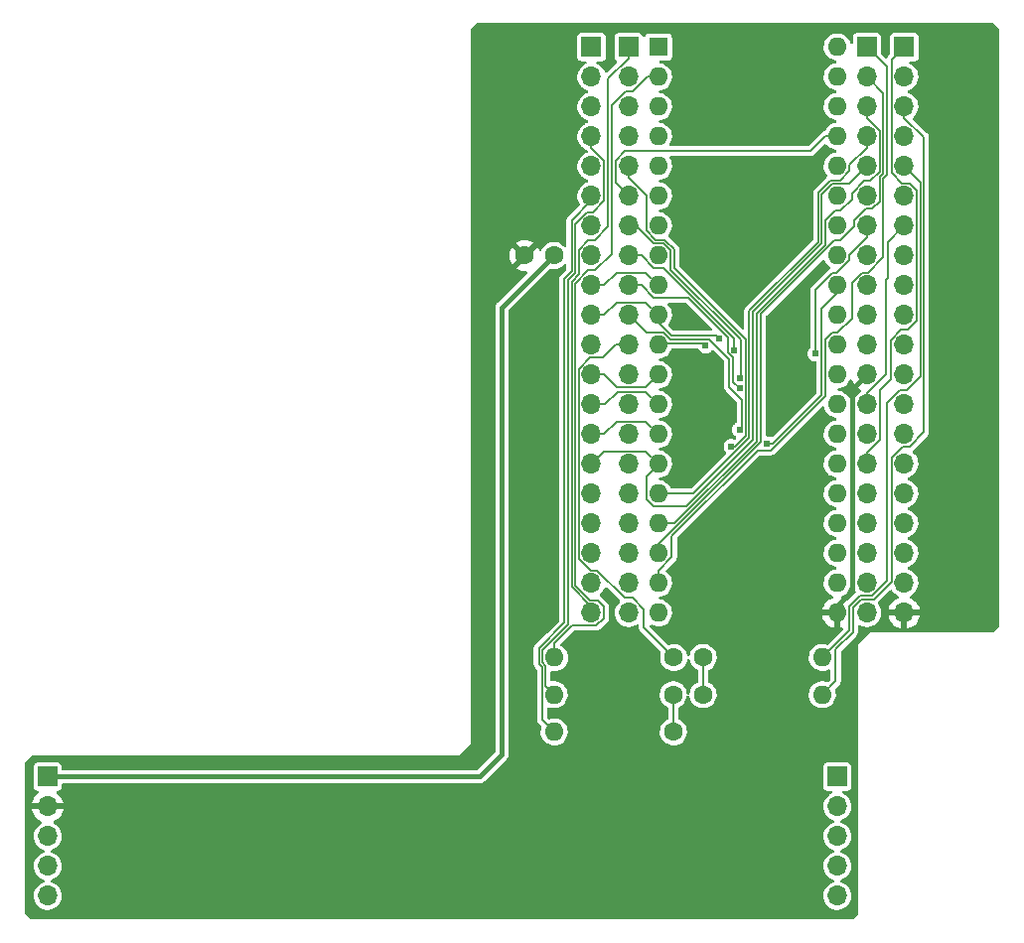
<source format=gbl>
G04 #@! TF.GenerationSoftware,KiCad,Pcbnew,(6.0.10-0)*
G04 #@! TF.CreationDate,2023-01-27T16:31:16+09:00*
G04 #@! TF.ProjectId,MEZ6502LED,4d455a36-3530-4324-9c45-442e6b696361,A*
G04 #@! TF.SameCoordinates,PX5ee3fe0PY8f872a0*
G04 #@! TF.FileFunction,Copper,L2,Bot*
G04 #@! TF.FilePolarity,Positive*
%FSLAX46Y46*%
G04 Gerber Fmt 4.6, Leading zero omitted, Abs format (unit mm)*
G04 Created by KiCad (PCBNEW (6.0.10-0)) date 2023-01-27 16:31:16*
%MOMM*%
%LPD*%
G01*
G04 APERTURE LIST*
G04 #@! TA.AperFunction,ComponentPad*
%ADD10R,1.600000X1.600000*%
G04 #@! TD*
G04 #@! TA.AperFunction,ComponentPad*
%ADD11O,1.600000X1.600000*%
G04 #@! TD*
G04 #@! TA.AperFunction,ComponentPad*
%ADD12C,1.600000*%
G04 #@! TD*
G04 #@! TA.AperFunction,ComponentPad*
%ADD13R,1.700000X1.700000*%
G04 #@! TD*
G04 #@! TA.AperFunction,ComponentPad*
%ADD14O,1.700000X1.700000*%
G04 #@! TD*
G04 #@! TA.AperFunction,ViaPad*
%ADD15C,0.605000*%
G04 #@! TD*
G04 #@! TA.AperFunction,Conductor*
%ADD16C,0.152400*%
G04 #@! TD*
G04 #@! TA.AperFunction,Conductor*
%ADD17C,0.400000*%
G04 #@! TD*
G04 APERTURE END LIST*
D10*
X53975000Y74930000D03*
D11*
X53975000Y72390000D03*
X53975000Y69850000D03*
X53975000Y67310000D03*
X53975000Y64770000D03*
X53975000Y62230000D03*
X53975000Y59690000D03*
X53975000Y57150000D03*
X53975000Y54610000D03*
X53975000Y52070000D03*
X53975000Y49530000D03*
X53975000Y46990000D03*
X53975000Y44450000D03*
X53975000Y41910000D03*
X53975000Y39370000D03*
X53975000Y36830000D03*
X53975000Y34290000D03*
X53975000Y31750000D03*
X53975000Y29210000D03*
X53975000Y26670000D03*
X69215000Y26670000D03*
X69215000Y29210000D03*
X69215000Y31750000D03*
X69215000Y34290000D03*
X69215000Y36830000D03*
X69215000Y39370000D03*
X69215000Y41910000D03*
X69215000Y44450000D03*
X69215000Y46990000D03*
X69215000Y49530000D03*
X69215000Y52070000D03*
X69215000Y54610000D03*
X69215000Y57150000D03*
X69215000Y59690000D03*
X69215000Y62230000D03*
X69215000Y64770000D03*
X69215000Y67310000D03*
X69215000Y69850000D03*
X69215000Y72390000D03*
X69215000Y74930000D03*
D12*
X57785000Y19685000D03*
D11*
X67945000Y19685000D03*
D12*
X57785000Y22860000D03*
D11*
X67945000Y22860000D03*
D12*
X55245000Y16510000D03*
D11*
X45085000Y16510000D03*
D12*
X55245000Y19685000D03*
D11*
X45085000Y19685000D03*
D12*
X55270000Y22860000D03*
D11*
X45110000Y22860000D03*
D13*
X1905000Y12695000D03*
D14*
X1905000Y10155000D03*
X1905000Y7615000D03*
X1905000Y5075000D03*
X1905000Y2535000D03*
D13*
X48260000Y74930000D03*
D14*
X48260000Y72390000D03*
X48260000Y69850000D03*
X48260000Y67310000D03*
X48260000Y64770000D03*
X48260000Y62230000D03*
X48260000Y59690000D03*
X48260000Y57150000D03*
X48260000Y54610000D03*
X48260000Y52070000D03*
X48260000Y49530000D03*
X48260000Y46990000D03*
X48260000Y44450000D03*
X48260000Y41910000D03*
X48260000Y39370000D03*
X48260000Y36830000D03*
X48260000Y34290000D03*
X48260000Y31750000D03*
X48260000Y29210000D03*
X48260000Y26670000D03*
D12*
X45065000Y57150000D03*
X42565000Y57150000D03*
D13*
X74930000Y74930000D03*
D14*
X74930000Y72390000D03*
X74930000Y69850000D03*
X74930000Y67310000D03*
X74930000Y64770000D03*
X74930000Y62230000D03*
X74930000Y59690000D03*
X74930000Y57150000D03*
X74930000Y54610000D03*
X74930000Y52070000D03*
X74930000Y49530000D03*
X74930000Y46990000D03*
X74930000Y44450000D03*
X74930000Y41910000D03*
X74930000Y39370000D03*
X74930000Y36830000D03*
X74930000Y34290000D03*
X74930000Y31750000D03*
X74930000Y29210000D03*
X74930000Y26670000D03*
D13*
X69215000Y12695000D03*
D14*
X69215000Y10155000D03*
X69215000Y7615000D03*
X69215000Y5075000D03*
X69215000Y2535000D03*
D13*
X71755000Y74930000D03*
D14*
X71755000Y72390000D03*
X71755000Y69850000D03*
X71755000Y67310000D03*
X71755000Y64770000D03*
X71755000Y62230000D03*
X71755000Y59690000D03*
X71755000Y57150000D03*
X71755000Y54610000D03*
X71755000Y52070000D03*
X71755000Y49530000D03*
X71755000Y46990000D03*
X71755000Y44450000D03*
X71755000Y41910000D03*
X71755000Y39370000D03*
X71755000Y36830000D03*
X71755000Y34290000D03*
X71755000Y31750000D03*
X71755000Y29210000D03*
X71755000Y26670000D03*
D13*
X51435000Y74930000D03*
D14*
X51435000Y72390000D03*
X51435000Y69850000D03*
X51435000Y67310000D03*
X51435000Y64770000D03*
X51435000Y62230000D03*
X51435000Y59690000D03*
X51435000Y57150000D03*
X51435000Y54610000D03*
X51435000Y52070000D03*
X51435000Y49530000D03*
X51435000Y46990000D03*
X51435000Y44450000D03*
X51435000Y41910000D03*
X51435000Y39370000D03*
X51435000Y36830000D03*
X51435000Y34290000D03*
X51435000Y31750000D03*
X51435000Y29210000D03*
X51435000Y26670000D03*
D15*
X39370000Y36830000D03*
X42545000Y25400000D03*
X42545000Y31750000D03*
X42545000Y52705000D03*
X66040000Y11430000D03*
X66040000Y1270000D03*
X65405000Y33020000D03*
X57785000Y33020000D03*
X56515000Y52070000D03*
X64770000Y50800000D03*
X64770000Y43815000D03*
X57150000Y47625000D03*
X57785000Y43815000D03*
X57785000Y39370000D03*
X65405000Y39370000D03*
X57785000Y55880000D03*
X65405000Y74930000D03*
X65405000Y58420000D03*
X57785000Y67310000D03*
X65405000Y67310000D03*
X57785000Y74930000D03*
X81915000Y26035000D03*
X38735000Y8255000D03*
X38100000Y11430000D03*
X38735000Y3810000D03*
X38100000Y1270000D03*
X38100000Y13970000D03*
X39370000Y76200000D03*
X81915000Y76200000D03*
X4445000Y6350000D03*
X4445000Y3810000D03*
X59121900Y50045124D03*
X57995371Y49446629D03*
X67351000Y48768000D03*
X63246000Y41074600D03*
X60880800Y42291000D03*
X60880800Y45814200D03*
X60439100Y49062700D03*
X60880100Y46698900D03*
X60188186Y40857869D03*
D16*
X57995371Y49446629D02*
X57759600Y49682400D01*
X57759600Y49682400D02*
X54127400Y49682400D01*
X54127400Y49682400D02*
X53975000Y49530000D01*
X53975000Y72390000D02*
X53074900Y72390000D01*
X53074900Y72390000D02*
X51804900Y71120000D01*
X51804900Y71120000D02*
X51163600Y71120000D01*
X51163600Y71120000D02*
X50006800Y69963200D01*
X50006800Y69963200D02*
X50006800Y57298600D01*
X50006800Y57298600D02*
X48588200Y55880000D01*
X48588200Y55880000D02*
X48004300Y55880000D01*
X48004300Y55880000D02*
X46876400Y54752100D01*
X46876400Y54752100D02*
X46876400Y28997300D01*
X46876400Y28997300D02*
X48125100Y27748600D01*
X48125100Y27748600D02*
X48782300Y27748600D01*
X48782300Y27748600D02*
X49341500Y27189400D01*
X49341500Y27189400D02*
X49341500Y26226129D01*
X49341500Y26226129D02*
X48681819Y25566448D01*
X48681819Y25566448D02*
X46571500Y25566448D01*
X46571500Y25566448D02*
X45110000Y24104948D01*
X45110000Y24104948D02*
X45110000Y22860000D01*
X51435000Y74930000D02*
X51435000Y73986100D01*
X51435000Y73986100D02*
X49701900Y72253000D01*
X49701900Y72253000D02*
X49701900Y59603800D01*
X49701900Y59603800D02*
X48518100Y58420000D01*
X48518100Y58420000D02*
X47963700Y58420000D01*
X47963700Y58420000D02*
X47181300Y57637600D01*
X46571500Y28870900D02*
X48260000Y27182400D01*
X47181300Y57637600D02*
X47181300Y55543800D01*
X47181300Y55543800D02*
X46571500Y54934000D01*
X46571500Y54934000D02*
X46571500Y28870900D01*
X48260000Y27182400D02*
X48260000Y26670000D01*
X45085000Y19685000D02*
X44361200Y20408800D01*
X44361200Y20408800D02*
X44361200Y22154139D01*
X44361200Y22154139D02*
X44081400Y22433939D01*
X46266700Y25692700D02*
X46266700Y55060252D01*
X44081400Y23507400D02*
X46266700Y25692700D01*
X46266700Y55060252D02*
X46876500Y55670052D01*
X46876500Y59831871D02*
X47890929Y60846300D01*
X46876500Y55670052D02*
X46876500Y59831871D01*
X47890929Y60846300D02*
X48408800Y60846300D01*
X44081400Y22433939D02*
X44081400Y23507400D01*
X48408800Y60846300D02*
X49361300Y61798800D01*
X49361300Y61798800D02*
X49361300Y65264800D01*
X49361300Y65264800D02*
X48260000Y66366100D01*
X48260000Y66366100D02*
X48260000Y67310000D01*
D17*
X45065000Y57150000D02*
X40640000Y52725000D01*
X40640000Y52725000D02*
X40640000Y14605000D01*
X40640000Y14605000D02*
X38730000Y12695000D01*
X38730000Y12695000D02*
X1905000Y12695000D01*
D16*
X71755000Y67310000D02*
X71755000Y66366300D01*
X71755000Y66366300D02*
X70243600Y64854900D01*
X70243600Y64854900D02*
X70243600Y64343939D01*
X70243600Y64343939D02*
X69463261Y63563600D01*
X69463261Y63563600D02*
X68662887Y63563600D01*
X68662887Y63563600D02*
X67576800Y62477513D01*
X67576800Y62477513D02*
X67576800Y58318656D01*
X67576800Y58318656D02*
X61716300Y52458156D01*
X61716300Y52458156D02*
X61716300Y41635600D01*
X61716300Y41635600D02*
X56910700Y36830000D01*
X56910700Y36830000D02*
X53975000Y36830000D01*
X71755000Y64770000D02*
X70243700Y63258700D01*
X70243700Y63258700D02*
X68789039Y63258700D01*
X67881600Y58192404D02*
X62021300Y52332104D01*
X67881600Y62351261D02*
X67881600Y58192404D01*
X68789039Y63258700D02*
X67881600Y62351261D01*
X62021300Y52332104D02*
X62021300Y41472400D01*
X62021300Y41472400D02*
X56314700Y35765800D01*
X56314700Y35765800D02*
X53543100Y35765800D01*
X53543100Y35765800D02*
X52946300Y36362600D01*
X52946300Y36362600D02*
X52946300Y38341300D01*
X52946300Y38341300D02*
X53975000Y39370000D01*
X71755000Y68845000D02*
X72845300Y67754700D01*
X72845300Y67754700D02*
X72845300Y64334600D01*
X69471900Y60960000D02*
X69030339Y60960000D01*
X55312200Y34290000D02*
X53975000Y34290000D01*
X72845300Y64334600D02*
X72010700Y63500000D01*
X71491600Y63500000D02*
X70449700Y62458100D01*
X70449700Y62458100D02*
X70449700Y61937800D01*
X70449700Y61937800D02*
X69471900Y60960000D01*
X72010700Y63500000D02*
X71491600Y63500000D01*
X71755000Y69850000D02*
X71755000Y68845000D01*
X69030339Y60960000D02*
X68186400Y60116061D01*
X68186400Y60116061D02*
X68186400Y58066152D01*
X68186400Y58066152D02*
X62326100Y52205852D01*
X62326100Y52205852D02*
X62326100Y41303900D01*
X62326100Y41303900D02*
X55312200Y34290000D01*
X74930000Y69850000D02*
X74930000Y68906100D01*
X74809800Y40831400D02*
X73851200Y39872800D01*
X74930000Y68906100D02*
X76619100Y67217000D01*
X76619100Y42073729D02*
X75376771Y40831400D01*
X75376771Y40831400D02*
X74809800Y40831400D01*
X76619100Y67217000D02*
X76619100Y42073729D01*
X73851200Y39872800D02*
X73851200Y29349777D01*
X73851200Y29349777D02*
X72328023Y27826600D01*
X70548400Y27114400D02*
X70548400Y25032348D01*
X71260600Y27826600D02*
X70548400Y27114400D01*
X72328023Y27826600D02*
X71260600Y27826600D01*
X70548400Y25032348D02*
X69088000Y23571948D01*
X69088000Y23571948D02*
X69088000Y20828000D01*
X69088000Y20828000D02*
X67945000Y19685000D01*
X76313600Y63386400D02*
X76313600Y46849600D01*
X76313600Y46849600D02*
X76008600Y46544600D01*
X76008600Y46544600D02*
X76008600Y46543229D01*
X74930000Y64770000D02*
X76313600Y63386400D01*
X74544300Y45640500D02*
X73442300Y44538500D01*
X75105871Y45640500D02*
X74544300Y45640500D01*
X76008600Y46543229D02*
X75105871Y45640500D01*
X73442300Y44538500D02*
X73442300Y29371929D01*
X72201771Y28131400D02*
X71134348Y28131400D01*
X73442300Y29371929D02*
X72201771Y28131400D01*
X71134348Y28131400D02*
X70243600Y27240652D01*
X70243600Y27240652D02*
X70243600Y25158600D01*
X70243600Y25158600D02*
X67945000Y22860000D01*
D17*
X71755000Y46990000D02*
X70485000Y45720000D01*
X70485000Y28575000D02*
X69215000Y27305000D01*
X69215000Y27305000D02*
X69215000Y26670000D01*
X70485000Y45720000D02*
X70485000Y28575000D01*
D16*
X53975000Y29210000D02*
X53975000Y30295339D01*
X53975000Y30295339D02*
X55118000Y31438339D01*
X55118000Y31438339D02*
X55118000Y33233696D01*
X55118000Y33233696D02*
X62427804Y40543500D01*
X62427804Y40543500D02*
X63576652Y40543500D01*
X63576652Y40543500D02*
X68186400Y45153248D01*
X68186400Y45153248D02*
X68186400Y49956061D01*
X68186400Y49956061D02*
X68789039Y50558700D01*
X68789039Y50558700D02*
X69230600Y50558700D01*
X69230600Y50558700D02*
X70449700Y51777800D01*
X70449700Y51777800D02*
X70449700Y54830300D01*
X70449700Y54830300D02*
X71308100Y55688700D01*
X71308100Y55688700D02*
X71866800Y55688700D01*
X71866800Y55688700D02*
X73150300Y56972200D01*
X73150300Y56972200D02*
X73150300Y63715700D01*
X73150300Y63715700D02*
X73455100Y64020500D01*
X73455100Y64020500D02*
X73455100Y73229900D01*
X73455100Y73229900D02*
X71755000Y74930000D01*
X60880800Y42291000D02*
X61087000Y42497200D01*
X61087000Y42497200D02*
X61087000Y44856911D01*
X61087000Y44856911D02*
X60020200Y45923711D01*
X60020200Y45923711D02*
X60020200Y48299459D01*
X60020200Y48299459D02*
X58332459Y49987200D01*
X58332459Y49987200D02*
X54972461Y49987200D01*
X54972461Y49987200D02*
X54401061Y50558600D01*
X54401061Y50558600D02*
X52946400Y50558600D01*
X52946400Y50558600D02*
X51435000Y52070000D01*
X59121900Y50045124D02*
X58875024Y50292000D01*
X58875024Y50292000D02*
X55118000Y50292000D01*
X55118000Y50292000D02*
X53975000Y51435000D01*
X53975000Y51435000D02*
X53975000Y52070000D01*
X60188186Y40857869D02*
X60507517Y40857869D01*
X61411400Y41761752D02*
X61411400Y49943303D01*
X61411400Y49943303D02*
X55308400Y56046303D01*
X55308400Y56046303D02*
X55308400Y57702313D01*
X55308400Y57702313D02*
X54527313Y58483400D01*
X54527313Y58483400D02*
X53726939Y58483400D01*
X60507517Y40857869D02*
X61411400Y41761752D01*
X53726939Y58483400D02*
X52946400Y59263939D01*
X52946400Y59263939D02*
X52946400Y62243971D01*
X51435000Y63755371D02*
X51435000Y64770000D01*
X52946400Y62243971D02*
X51435000Y63755371D01*
X63246000Y41074600D02*
X63676700Y41074600D01*
X63676700Y41074600D02*
X67881600Y45279500D01*
X67881600Y52591200D02*
X69215000Y53924600D01*
X67881600Y45279500D02*
X67881600Y52591200D01*
X69215000Y53924600D02*
X69215000Y54610000D01*
X52513700Y54610000D02*
X51435000Y54610000D01*
X60880800Y45814200D02*
X60325000Y46370000D01*
X59907900Y48842811D02*
X59907900Y50145300D01*
X59907900Y50145300D02*
X56521900Y53531300D01*
X60325000Y46370000D02*
X60325000Y48425711D01*
X56521900Y53531300D02*
X53592400Y53531300D01*
X60325000Y48425711D02*
X59907900Y48842811D01*
X53592400Y53531300D02*
X52513700Y54610000D01*
X67351000Y48768000D02*
X67351000Y54200900D01*
X67351000Y54200900D02*
X68788800Y55638700D01*
X69158361Y55638700D02*
X70243600Y56723939D01*
X68788800Y55638700D02*
X69158361Y55638700D01*
X70243600Y56723939D02*
X70243600Y57194600D01*
X70243600Y57194600D02*
X71755000Y58706000D01*
X71755000Y58706000D02*
X71755000Y59690000D01*
X53975000Y31750000D02*
X53975000Y32521748D01*
X53975000Y32521748D02*
X62701800Y41248548D01*
X62701800Y41248548D02*
X62701800Y52150500D01*
X62701800Y52150500D02*
X68971300Y58420000D01*
X68971300Y58420000D02*
X69442500Y58420000D01*
X69442500Y58420000D02*
X70676200Y59653700D01*
X70676200Y59653700D02*
X70676200Y60145800D01*
X70676200Y60145800D02*
X71681600Y61151200D01*
X71681600Y61151200D02*
X72221400Y61151200D01*
X72221400Y61151200D02*
X72845300Y61775100D01*
X72845300Y61775100D02*
X72845300Y63842000D01*
X72845300Y63842000D02*
X73150200Y64146900D01*
X73150200Y64146900D02*
X73150200Y70994800D01*
X73150200Y70994800D02*
X71755000Y72390000D01*
X48260000Y62230000D02*
X48260000Y61825500D01*
X48260000Y61825500D02*
X46571700Y60137200D01*
X46571700Y60137200D02*
X46571700Y55796304D01*
X46571700Y55796304D02*
X45961900Y55186504D01*
X45961900Y55186504D02*
X45961900Y25818952D01*
X45961900Y25818952D02*
X43776600Y23633652D01*
X43776600Y23633652D02*
X43776600Y22307687D01*
X43776600Y22307687D02*
X44056400Y22027887D01*
X44056400Y22027887D02*
X44056400Y17538600D01*
X44056400Y17538600D02*
X45085000Y16510000D01*
X52070000Y59690000D02*
X53581400Y58178600D01*
X53581400Y58178600D02*
X54401061Y58178600D01*
X54401061Y58178600D02*
X55003600Y57576061D01*
X51435000Y59690000D02*
X52070000Y59690000D01*
X55003600Y57576061D02*
X55003600Y55920051D01*
X55003600Y55920051D02*
X60970500Y49953151D01*
X60970500Y49953151D02*
X60970500Y46789300D01*
X60970500Y46789300D02*
X60880100Y46698900D01*
X51435000Y62230000D02*
X50311800Y63353200D01*
X50311800Y63353200D02*
X50311800Y65233900D01*
X50311800Y65233900D02*
X51117900Y66040000D01*
X51117900Y66040000D02*
X66916300Y66040000D01*
X66916300Y66040000D02*
X68186300Y67310000D01*
X68186300Y67310000D02*
X69215000Y67310000D01*
X53975000Y54610000D02*
X52896300Y55688700D01*
X52896300Y55688700D02*
X50417400Y55688700D01*
X50417400Y55688700D02*
X49338700Y54610000D01*
X49338700Y54610000D02*
X48260000Y54610000D01*
X53975000Y52070000D02*
X52896300Y53148700D01*
X52896300Y53148700D02*
X50417400Y53148700D01*
X50417400Y53148700D02*
X49338700Y52070000D01*
X49338700Y52070000D02*
X48260000Y52070000D01*
X53975000Y44450000D02*
X52896400Y45528600D01*
X52896400Y45528600D02*
X50481600Y45528600D01*
X50481600Y45528600D02*
X49403000Y44450000D01*
X49403000Y44450000D02*
X48260000Y44450000D01*
X53975000Y41910000D02*
X52896300Y42988700D01*
X52896300Y42988700D02*
X50417400Y42988700D01*
X50417400Y42988700D02*
X49338700Y41910000D01*
X49338700Y41910000D02*
X48260000Y41910000D01*
X53975000Y46990000D02*
X52896300Y45911300D01*
X52896300Y45911300D02*
X50417400Y45911300D01*
X49338700Y46990000D02*
X48260000Y46990000D01*
X50417400Y45911300D02*
X49338700Y46990000D01*
X53975000Y39370000D02*
X52896300Y40448700D01*
X52896300Y40448700D02*
X49338700Y40448700D01*
X49338700Y40448700D02*
X48260000Y39370000D01*
X71755000Y39370000D02*
X71755000Y40313700D01*
X71755000Y40313700D02*
X72833700Y41392400D01*
X72833700Y41392400D02*
X72833700Y45624600D01*
X72833700Y45624600D02*
X73766200Y46557100D01*
X73766200Y46557100D02*
X73766200Y49894300D01*
X73766200Y49894300D02*
X74671900Y50800000D01*
X74671900Y50800000D02*
X75190000Y50800000D01*
X75190000Y50800000D02*
X76008700Y51618700D01*
X76008700Y51618700D02*
X76008700Y62676671D01*
X76008700Y62676671D02*
X75376771Y63308600D01*
X75376771Y63308600D02*
X74740400Y63308600D01*
X74740400Y63308600D02*
X73851300Y64197700D01*
X73851300Y64197700D02*
X73851300Y73851300D01*
X73851300Y73851300D02*
X74930000Y74930000D01*
X71755000Y45393700D02*
X73380200Y47018900D01*
X73380200Y47018900D02*
X73380200Y55041400D01*
X71755000Y44450000D02*
X71755000Y45393700D01*
X73543200Y58303200D02*
X74930000Y59690000D01*
X73543200Y55204400D02*
X73543200Y58303200D01*
X73380200Y55041400D02*
X73543200Y55204400D01*
X51435000Y57150000D02*
X52513700Y57150000D01*
X60439100Y50053500D02*
X60439100Y49062700D01*
X54421300Y56071300D02*
X60439100Y50053500D01*
X53592400Y56071300D02*
X54421300Y56071300D01*
X52513700Y57150000D02*
X53592400Y56071300D01*
X57785000Y22860000D02*
X57785000Y19685000D01*
X55245000Y16510000D02*
X55245000Y19685000D01*
X52740400Y25389600D02*
X55270000Y22860000D01*
X52740400Y26944100D02*
X52740400Y25389600D01*
X51744500Y27940000D02*
X52740400Y26944100D01*
X51085600Y27940000D02*
X51744500Y27940000D01*
X48736800Y30288800D02*
X51085600Y27940000D01*
X48194800Y30288800D02*
X48736800Y30288800D01*
X47181300Y31302300D02*
X48194800Y30288800D01*
X47181300Y47465400D02*
X47181300Y31302300D01*
X48167200Y48451300D02*
X47181300Y47465400D01*
X49277600Y48451300D02*
X48167200Y48451300D01*
X50356300Y49530000D02*
X49277600Y48451300D01*
X51435000Y49530000D02*
X50356300Y49530000D01*
G04 #@! TA.AperFunction,Conductor*
G36*
X82515931Y76979998D02*
G01*
X82536905Y76963095D01*
X82963095Y76536905D01*
X82997121Y76474593D01*
X83000000Y76447810D01*
X83000000Y25552190D01*
X82979998Y25484069D01*
X82963095Y25463095D01*
X82536905Y25036905D01*
X82474593Y25002879D01*
X82447810Y25000000D01*
X72000000Y25000000D01*
X71266428Y24266428D01*
X71265859Y24266997D01*
X71264734Y24265334D01*
X71260848Y24262825D01*
X71254400Y24254646D01*
X71251953Y24252419D01*
X71248230Y24248230D01*
X71000000Y24000000D01*
X71000000Y1052190D01*
X70979998Y984069D01*
X70963095Y963095D01*
X70536905Y536905D01*
X70474593Y502879D01*
X70447810Y500000D01*
X552190Y500000D01*
X484069Y520002D01*
X463095Y536905D01*
X36905Y963095D01*
X2879Y1025407D01*
X0Y1052190D01*
X0Y9887034D01*
X573257Y9887034D01*
X603565Y9752554D01*
X606645Y9742725D01*
X686770Y9545397D01*
X691413Y9536206D01*
X802694Y9354612D01*
X808777Y9346301D01*
X948213Y9185333D01*
X955580Y9178117D01*
X1119434Y9042084D01*
X1127881Y9036169D01*
X1311756Y8928721D01*
X1321043Y8924271D01*
X1343682Y8915626D01*
X1400186Y8872638D01*
X1424478Y8805927D01*
X1408847Y8736672D01*
X1363156Y8689631D01*
X1357307Y8686151D01*
X1196341Y8590386D01*
X1030457Y8444910D01*
X893863Y8271640D01*
X791131Y8076380D01*
X725703Y7865667D01*
X699770Y7646560D01*
X714200Y7426396D01*
X715621Y7420800D01*
X715622Y7420795D01*
X767090Y7218143D01*
X768511Y7212548D01*
X770928Y7207306D01*
X770928Y7207305D01*
X809046Y7124621D01*
X860883Y7012179D01*
X988222Y6831998D01*
X1146264Y6678039D01*
X1151060Y6674834D01*
X1151063Y6674832D01*
X1235261Y6618573D01*
X1329717Y6555460D01*
X1335020Y6553182D01*
X1335023Y6553180D01*
X1527129Y6470645D01*
X1532436Y6468365D01*
X1538071Y6467090D01*
X1538074Y6467089D01*
X1539484Y6466770D01*
X1540083Y6466436D01*
X1543562Y6465306D01*
X1543340Y6464623D01*
X1601511Y6432228D01*
X1635016Y6369634D01*
X1629362Y6298863D01*
X1586344Y6242384D01*
X1555287Y6225665D01*
X1391376Y6165196D01*
X1391368Y6165192D01*
X1385957Y6163196D01*
X1196341Y6050386D01*
X1030457Y5904910D01*
X893863Y5731640D01*
X791131Y5536380D01*
X725703Y5325667D01*
X699770Y5106560D01*
X714200Y4886396D01*
X715621Y4880800D01*
X715622Y4880795D01*
X767090Y4678143D01*
X768511Y4672548D01*
X770928Y4667306D01*
X770928Y4667305D01*
X809046Y4584621D01*
X860883Y4472179D01*
X988222Y4291998D01*
X1146264Y4138039D01*
X1151060Y4134834D01*
X1151063Y4134832D01*
X1235261Y4078573D01*
X1329717Y4015460D01*
X1335020Y4013182D01*
X1335023Y4013180D01*
X1527129Y3930645D01*
X1532436Y3928365D01*
X1538071Y3927090D01*
X1538074Y3927089D01*
X1539484Y3926770D01*
X1540083Y3926436D01*
X1543562Y3925306D01*
X1543340Y3924623D01*
X1601511Y3892228D01*
X1635016Y3829634D01*
X1629362Y3758863D01*
X1586344Y3702384D01*
X1555287Y3685665D01*
X1391376Y3625196D01*
X1391368Y3625192D01*
X1385957Y3623196D01*
X1196341Y3510386D01*
X1030457Y3364910D01*
X893863Y3191640D01*
X791131Y2996380D01*
X725703Y2785667D01*
X699770Y2566560D01*
X714200Y2346396D01*
X715621Y2340800D01*
X715622Y2340795D01*
X767090Y2138143D01*
X768511Y2132548D01*
X770928Y2127306D01*
X770928Y2127305D01*
X809046Y2044621D01*
X860883Y1932179D01*
X988222Y1751998D01*
X1146264Y1598039D01*
X1151060Y1594834D01*
X1151063Y1594832D01*
X1235261Y1538573D01*
X1329717Y1475460D01*
X1335020Y1473182D01*
X1335023Y1473180D01*
X1527129Y1390645D01*
X1532436Y1388365D01*
X1612088Y1370342D01*
X1741995Y1340946D01*
X1742001Y1340945D01*
X1747632Y1339671D01*
X1753403Y1339444D01*
X1753405Y1339444D01*
X1821211Y1336780D01*
X1968098Y1331009D01*
X2077275Y1346839D01*
X2180738Y1361840D01*
X2180743Y1361841D01*
X2186452Y1362669D01*
X2191916Y1364524D01*
X2191921Y1364525D01*
X2389907Y1431732D01*
X2389912Y1431734D01*
X2395379Y1433590D01*
X2587884Y1541398D01*
X2757518Y1682482D01*
X2898602Y1852116D01*
X3006410Y2044621D01*
X3008266Y2050088D01*
X3008268Y2050093D01*
X3075475Y2248079D01*
X3075476Y2248084D01*
X3077331Y2253548D01*
X3078159Y2259257D01*
X3078160Y2259262D01*
X3108458Y2468228D01*
X3108991Y2471902D01*
X3110643Y2535000D01*
X3107743Y2566560D01*
X68009770Y2566560D01*
X68024200Y2346396D01*
X68025621Y2340800D01*
X68025622Y2340795D01*
X68077090Y2138143D01*
X68078511Y2132548D01*
X68080928Y2127306D01*
X68080928Y2127305D01*
X68119046Y2044621D01*
X68170883Y1932179D01*
X68298222Y1751998D01*
X68456264Y1598039D01*
X68461060Y1594834D01*
X68461063Y1594832D01*
X68545261Y1538573D01*
X68639717Y1475460D01*
X68645020Y1473182D01*
X68645023Y1473180D01*
X68837129Y1390645D01*
X68842436Y1388365D01*
X68922088Y1370342D01*
X69051995Y1340946D01*
X69052001Y1340945D01*
X69057632Y1339671D01*
X69063403Y1339444D01*
X69063405Y1339444D01*
X69131211Y1336780D01*
X69278098Y1331009D01*
X69387275Y1346839D01*
X69490738Y1361840D01*
X69490743Y1361841D01*
X69496452Y1362669D01*
X69501916Y1364524D01*
X69501921Y1364525D01*
X69699907Y1431732D01*
X69699912Y1431734D01*
X69705379Y1433590D01*
X69897884Y1541398D01*
X70067518Y1682482D01*
X70208602Y1852116D01*
X70316410Y2044621D01*
X70318266Y2050088D01*
X70318268Y2050093D01*
X70385475Y2248079D01*
X70385476Y2248084D01*
X70387331Y2253548D01*
X70388159Y2259257D01*
X70388160Y2259262D01*
X70418458Y2468228D01*
X70418991Y2471902D01*
X70420643Y2535000D01*
X70400454Y2754711D01*
X70340565Y2967064D01*
X70242980Y3164947D01*
X70110967Y3341733D01*
X69948949Y3491501D01*
X69762350Y3609236D01*
X69559955Y3689983D01*
X69504096Y3733804D01*
X69480795Y3800868D01*
X69497451Y3869883D01*
X69548775Y3918937D01*
X69566144Y3926326D01*
X69699907Y3971732D01*
X69699912Y3971734D01*
X69705379Y3973590D01*
X69897884Y4081398D01*
X70067518Y4222482D01*
X70208602Y4392116D01*
X70316410Y4584621D01*
X70318266Y4590088D01*
X70318268Y4590093D01*
X70385475Y4788079D01*
X70385476Y4788084D01*
X70387331Y4793548D01*
X70388159Y4799257D01*
X70388160Y4799262D01*
X70418458Y5008228D01*
X70418991Y5011902D01*
X70420643Y5075000D01*
X70400454Y5294711D01*
X70340565Y5507064D01*
X70242980Y5704947D01*
X70110967Y5881733D01*
X69948949Y6031501D01*
X69762350Y6149236D01*
X69559955Y6229983D01*
X69504096Y6273804D01*
X69480795Y6340868D01*
X69497451Y6409883D01*
X69548775Y6458937D01*
X69566144Y6466326D01*
X69699907Y6511732D01*
X69699912Y6511734D01*
X69705379Y6513590D01*
X69897884Y6621398D01*
X70067518Y6762482D01*
X70208602Y6932116D01*
X70316410Y7124621D01*
X70318266Y7130088D01*
X70318268Y7130093D01*
X70385475Y7328079D01*
X70385476Y7328084D01*
X70387331Y7333548D01*
X70388159Y7339257D01*
X70388160Y7339262D01*
X70418458Y7548228D01*
X70418991Y7551902D01*
X70420643Y7615000D01*
X70400454Y7834711D01*
X70340565Y8047064D01*
X70242980Y8244947D01*
X70110967Y8421733D01*
X69948949Y8571501D01*
X69762350Y8689236D01*
X69559955Y8769983D01*
X69504096Y8813804D01*
X69480795Y8880868D01*
X69497451Y8949883D01*
X69548775Y8998937D01*
X69566144Y9006326D01*
X69699907Y9051732D01*
X69699912Y9051734D01*
X69705379Y9053590D01*
X69897884Y9161398D01*
X69917987Y9178117D01*
X70063086Y9298796D01*
X70067518Y9302482D01*
X70208602Y9472116D01*
X70316410Y9664621D01*
X70318266Y9670088D01*
X70318268Y9670093D01*
X70385475Y9868079D01*
X70385476Y9868084D01*
X70387331Y9873548D01*
X70388159Y9879257D01*
X70388160Y9879262D01*
X70418458Y10088228D01*
X70418991Y10091902D01*
X70420643Y10155000D01*
X70400454Y10374711D01*
X70340565Y10587064D01*
X70242980Y10784947D01*
X70110967Y10961733D01*
X69948949Y11111501D01*
X69762350Y11229236D01*
X69722348Y11245195D01*
X69706620Y11251470D01*
X69650760Y11295291D01*
X69627460Y11362355D01*
X69644116Y11431370D01*
X69695440Y11480424D01*
X69753310Y11494500D01*
X70098218Y11494500D01*
X70102768Y11495170D01*
X70102771Y11495170D01*
X70157426Y11503216D01*
X70157427Y11503216D01*
X70167112Y11504642D01*
X70261804Y11551133D01*
X70262507Y11551478D01*
X70262509Y11551479D01*
X70271855Y11556068D01*
X70354293Y11638650D01*
X70405536Y11743482D01*
X70415500Y11811782D01*
X70415500Y13578218D01*
X70406871Y13636838D01*
X70406784Y13637426D01*
X70406784Y13637427D01*
X70405358Y13647112D01*
X70353932Y13751855D01*
X70271350Y13834293D01*
X70166518Y13885536D01*
X70136027Y13889984D01*
X70102744Y13894840D01*
X70102740Y13894840D01*
X70098218Y13895500D01*
X68331782Y13895500D01*
X68327232Y13894830D01*
X68327229Y13894830D01*
X68272574Y13886784D01*
X68272573Y13886784D01*
X68262888Y13885358D01*
X68212992Y13860860D01*
X68167493Y13838522D01*
X68167491Y13838521D01*
X68158145Y13833932D01*
X68075707Y13751350D01*
X68024464Y13646518D01*
X68014500Y13578218D01*
X68014500Y11811782D01*
X68015170Y11807232D01*
X68015170Y11807229D01*
X68023216Y11752574D01*
X68024642Y11742888D01*
X68076068Y11638145D01*
X68158650Y11555707D01*
X68263482Y11504464D01*
X68293973Y11500016D01*
X68327256Y11495160D01*
X68327260Y11495160D01*
X68331782Y11494500D01*
X68671570Y11494500D01*
X68739691Y11474498D01*
X68786184Y11420842D01*
X68796288Y11350568D01*
X68766794Y11285988D01*
X68715180Y11250288D01*
X68706382Y11247042D01*
X68695957Y11243196D01*
X68690996Y11240244D01*
X68690995Y11240244D01*
X68573350Y11170252D01*
X68506341Y11130386D01*
X68340457Y10984910D01*
X68203863Y10811640D01*
X68101131Y10616380D01*
X68035703Y10405667D01*
X68009770Y10186560D01*
X68024200Y9966396D01*
X68025621Y9960800D01*
X68025622Y9960795D01*
X68077090Y9758143D01*
X68078511Y9752548D01*
X68080928Y9747306D01*
X68080928Y9747305D01*
X68119046Y9664621D01*
X68170883Y9552179D01*
X68298222Y9371998D01*
X68456264Y9218039D01*
X68461060Y9214834D01*
X68461063Y9214832D01*
X68545261Y9158573D01*
X68639717Y9095460D01*
X68645020Y9093182D01*
X68645023Y9093180D01*
X68763953Y9042084D01*
X68842436Y9008365D01*
X68848071Y9007090D01*
X68848074Y9007089D01*
X68849484Y9006770D01*
X68850083Y9006436D01*
X68853562Y9005306D01*
X68853340Y9004623D01*
X68911511Y8972228D01*
X68945016Y8909634D01*
X68939362Y8838863D01*
X68896344Y8782384D01*
X68865287Y8765665D01*
X68701376Y8705196D01*
X68701368Y8705192D01*
X68695957Y8703196D01*
X68506341Y8590386D01*
X68340457Y8444910D01*
X68203863Y8271640D01*
X68101131Y8076380D01*
X68035703Y7865667D01*
X68009770Y7646560D01*
X68024200Y7426396D01*
X68025621Y7420800D01*
X68025622Y7420795D01*
X68077090Y7218143D01*
X68078511Y7212548D01*
X68080928Y7207306D01*
X68080928Y7207305D01*
X68119046Y7124621D01*
X68170883Y7012179D01*
X68298222Y6831998D01*
X68456264Y6678039D01*
X68461060Y6674834D01*
X68461063Y6674832D01*
X68545261Y6618573D01*
X68639717Y6555460D01*
X68645020Y6553182D01*
X68645023Y6553180D01*
X68837129Y6470645D01*
X68842436Y6468365D01*
X68848071Y6467090D01*
X68848074Y6467089D01*
X68849484Y6466770D01*
X68850083Y6466436D01*
X68853562Y6465306D01*
X68853340Y6464623D01*
X68911511Y6432228D01*
X68945016Y6369634D01*
X68939362Y6298863D01*
X68896344Y6242384D01*
X68865287Y6225665D01*
X68701376Y6165196D01*
X68701368Y6165192D01*
X68695957Y6163196D01*
X68506341Y6050386D01*
X68340457Y5904910D01*
X68203863Y5731640D01*
X68101131Y5536380D01*
X68035703Y5325667D01*
X68009770Y5106560D01*
X68024200Y4886396D01*
X68025621Y4880800D01*
X68025622Y4880795D01*
X68077090Y4678143D01*
X68078511Y4672548D01*
X68080928Y4667306D01*
X68080928Y4667305D01*
X68119046Y4584621D01*
X68170883Y4472179D01*
X68298222Y4291998D01*
X68456264Y4138039D01*
X68461060Y4134834D01*
X68461063Y4134832D01*
X68545261Y4078573D01*
X68639717Y4015460D01*
X68645020Y4013182D01*
X68645023Y4013180D01*
X68837129Y3930645D01*
X68842436Y3928365D01*
X68848071Y3927090D01*
X68848074Y3927089D01*
X68849484Y3926770D01*
X68850083Y3926436D01*
X68853562Y3925306D01*
X68853340Y3924623D01*
X68911511Y3892228D01*
X68945016Y3829634D01*
X68939362Y3758863D01*
X68896344Y3702384D01*
X68865287Y3685665D01*
X68701376Y3625196D01*
X68701368Y3625192D01*
X68695957Y3623196D01*
X68506341Y3510386D01*
X68340457Y3364910D01*
X68203863Y3191640D01*
X68101131Y2996380D01*
X68035703Y2785667D01*
X68009770Y2566560D01*
X3107743Y2566560D01*
X3090454Y2754711D01*
X3030565Y2967064D01*
X2932980Y3164947D01*
X2800967Y3341733D01*
X2638949Y3491501D01*
X2452350Y3609236D01*
X2249955Y3689983D01*
X2194096Y3733804D01*
X2170795Y3800868D01*
X2187451Y3869883D01*
X2238775Y3918937D01*
X2256144Y3926326D01*
X2389907Y3971732D01*
X2389912Y3971734D01*
X2395379Y3973590D01*
X2587884Y4081398D01*
X2757518Y4222482D01*
X2898602Y4392116D01*
X3006410Y4584621D01*
X3008266Y4590088D01*
X3008268Y4590093D01*
X3075475Y4788079D01*
X3075476Y4788084D01*
X3077331Y4793548D01*
X3078159Y4799257D01*
X3078160Y4799262D01*
X3108458Y5008228D01*
X3108991Y5011902D01*
X3110643Y5075000D01*
X3090454Y5294711D01*
X3030565Y5507064D01*
X2932980Y5704947D01*
X2800967Y5881733D01*
X2638949Y6031501D01*
X2452350Y6149236D01*
X2249955Y6229983D01*
X2194096Y6273804D01*
X2170795Y6340868D01*
X2187451Y6409883D01*
X2238775Y6458937D01*
X2256144Y6466326D01*
X2389907Y6511732D01*
X2389912Y6511734D01*
X2395379Y6513590D01*
X2587884Y6621398D01*
X2757518Y6762482D01*
X2898602Y6932116D01*
X3006410Y7124621D01*
X3008266Y7130088D01*
X3008268Y7130093D01*
X3075475Y7328079D01*
X3075476Y7328084D01*
X3077331Y7333548D01*
X3078159Y7339257D01*
X3078160Y7339262D01*
X3108458Y7548228D01*
X3108991Y7551902D01*
X3110643Y7615000D01*
X3090454Y7834711D01*
X3030565Y8047064D01*
X2932980Y8244947D01*
X2800967Y8421733D01*
X2638949Y8571501D01*
X2453702Y8688383D01*
X2453700Y8688385D01*
X2452350Y8689236D01*
X2452517Y8689501D01*
X2403071Y8736198D01*
X2386002Y8805112D01*
X2408901Y8872314D01*
X2456454Y8912871D01*
X2598095Y8982261D01*
X2606945Y8987536D01*
X2780328Y9111208D01*
X2788200Y9117861D01*
X2939052Y9268188D01*
X2945730Y9276035D01*
X3070003Y9448980D01*
X3075313Y9457817D01*
X3169670Y9648733D01*
X3173469Y9658328D01*
X3235377Y9862090D01*
X3237555Y9872163D01*
X3238986Y9883038D01*
X3236775Y9897222D01*
X3223617Y9901000D01*
X588225Y9901000D01*
X574694Y9897027D01*
X573257Y9887034D01*
X0Y9887034D01*
X0Y10420817D01*
X569389Y10420817D01*
X570912Y10412393D01*
X583292Y10409000D01*
X3223344Y10409000D01*
X3236875Y10412973D01*
X3238180Y10422053D01*
X3196214Y10589125D01*
X3192894Y10598876D01*
X3107972Y10794186D01*
X3103105Y10803261D01*
X2987426Y10982074D01*
X2981136Y10990243D01*
X2837806Y11147760D01*
X2830273Y11154785D01*
X2684868Y11269618D01*
X2643805Y11327535D01*
X2640573Y11398458D01*
X2676198Y11459870D01*
X2739369Y11492272D01*
X2762960Y11494500D01*
X2788218Y11494500D01*
X2792768Y11495170D01*
X2792771Y11495170D01*
X2847426Y11503216D01*
X2847427Y11503216D01*
X2857112Y11504642D01*
X2951804Y11551133D01*
X2952507Y11551478D01*
X2952509Y11551479D01*
X2961855Y11556068D01*
X3044293Y11638650D01*
X3095536Y11743482D01*
X3105500Y11811782D01*
X3105500Y12018500D01*
X3125502Y12086621D01*
X3179158Y12133114D01*
X3231500Y12144500D01*
X38715007Y12144500D01*
X38720284Y12144389D01*
X38782294Y12141790D01*
X38793848Y12144500D01*
X38824662Y12151727D01*
X38836333Y12153890D01*
X38851229Y12155931D01*
X38879432Y12159794D01*
X38893230Y12165765D01*
X38914499Y12172799D01*
X38920775Y12174271D01*
X38929136Y12176232D01*
X38936661Y12180369D01*
X38936664Y12180370D01*
X38967268Y12197195D01*
X38977913Y12202411D01*
X39017855Y12219695D01*
X39029541Y12229158D01*
X39048126Y12241646D01*
X39055518Y12245710D01*
X39061308Y12248893D01*
X39069422Y12255897D01*
X39093958Y12280433D01*
X39103759Y12289258D01*
X39128392Y12309206D01*
X39128393Y12309207D01*
X39135070Y12314614D01*
X39140043Y12321612D01*
X39140048Y12321617D01*
X39145968Y12329948D01*
X39159579Y12346054D01*
X41018642Y14205118D01*
X41022451Y14208771D01*
X41061833Y14244985D01*
X41068156Y14250799D01*
X41091099Y14287802D01*
X41097800Y14297552D01*
X41124112Y14332217D01*
X41129646Y14346196D01*
X41139707Y14366199D01*
X41147635Y14378986D01*
X41159775Y14420772D01*
X41163621Y14432005D01*
X41176473Y14464465D01*
X41179636Y14472453D01*
X41181208Y14487408D01*
X41185520Y14509383D01*
X41189715Y14523825D01*
X41190500Y14534515D01*
X41190500Y14569217D01*
X41191190Y14582387D01*
X41194503Y14613912D01*
X41195401Y14622454D01*
X41193969Y14630919D01*
X41193969Y14630928D01*
X41192265Y14641000D01*
X41190500Y14662013D01*
X41190500Y52444785D01*
X41210502Y52512906D01*
X41227405Y52533880D01*
X42955666Y54262141D01*
X44688742Y55995218D01*
X44751054Y56029244D01*
X44805645Y56029016D01*
X44908549Y56005731D01*
X44908554Y56005730D01*
X44914186Y56004456D01*
X44919957Y56004229D01*
X44919959Y56004229D01*
X44981989Y56001792D01*
X45125470Y55996154D01*
X45131179Y55996982D01*
X45131183Y55996982D01*
X45329015Y56025667D01*
X45329019Y56025668D01*
X45334730Y56026496D01*
X45394936Y56046933D01*
X45529483Y56092605D01*
X45529488Y56092607D01*
X45534955Y56094463D01*
X45539998Y56097287D01*
X45714395Y56194954D01*
X45714399Y56194957D01*
X45719442Y56197781D01*
X45882012Y56332988D01*
X45906943Y56362964D01*
X45922126Y56381220D01*
X45981063Y56420804D01*
X46052045Y56422241D01*
X46112536Y56385073D01*
X46143329Y56321102D01*
X46145000Y56300651D01*
X46145000Y56025239D01*
X46124998Y55957118D01*
X46108095Y55936144D01*
X45683378Y55511427D01*
X45672288Y55501572D01*
X45654734Y55487734D01*
X45654730Y55487730D01*
X45647335Y55481900D01*
X45615743Y55436189D01*
X45613510Y55433066D01*
X45580538Y55388425D01*
X45578273Y55381975D01*
X45574383Y55376347D01*
X45571545Y55367372D01*
X45571542Y55367367D01*
X45557656Y55323458D01*
X45556403Y55319701D01*
X45541143Y55276249D01*
X45541142Y55276246D01*
X45538023Y55267363D01*
X45537754Y55260527D01*
X45535693Y55254009D01*
X45535200Y55247745D01*
X45535200Y55197984D01*
X45535103Y55193038D01*
X45532986Y55139152D01*
X45534792Y55132341D01*
X45535200Y55124926D01*
X45535200Y26047886D01*
X45515198Y25979765D01*
X45498295Y25958791D01*
X44497824Y24958321D01*
X43498078Y23958575D01*
X43486988Y23948720D01*
X43469434Y23934882D01*
X43469430Y23934878D01*
X43462035Y23929048D01*
X43430443Y23883337D01*
X43428210Y23880214D01*
X43395238Y23835573D01*
X43392973Y23829123D01*
X43389083Y23823495D01*
X43386245Y23814520D01*
X43386242Y23814515D01*
X43372356Y23770606D01*
X43371103Y23766849D01*
X43355843Y23723397D01*
X43355842Y23723394D01*
X43352723Y23714511D01*
X43352454Y23707675D01*
X43350393Y23701157D01*
X43349900Y23694893D01*
X43349900Y23645132D01*
X43349803Y23640186D01*
X43347686Y23586300D01*
X43349492Y23579489D01*
X43349900Y23572074D01*
X43349900Y22340497D01*
X43349027Y22325689D01*
X43345292Y22294132D01*
X43346984Y22284870D01*
X43346984Y22284861D01*
X43355263Y22239535D01*
X43355914Y22235627D01*
X43364156Y22180803D01*
X43367116Y22174639D01*
X43368345Y22167910D01*
X43393922Y22118672D01*
X43395679Y22115156D01*
X43415620Y22073628D01*
X43415622Y22073624D01*
X43419698Y22065137D01*
X43424341Y22060115D01*
X43427493Y22054046D01*
X43431574Y22049268D01*
X43466749Y22014093D01*
X43470178Y22010528D01*
X43506795Y21970916D01*
X43512887Y21967377D01*
X43518424Y21962418D01*
X43592795Y21888047D01*
X43626821Y21825735D01*
X43629700Y21798952D01*
X43629700Y17571410D01*
X43628827Y17556602D01*
X43625092Y17525045D01*
X43626784Y17515783D01*
X43626784Y17515774D01*
X43635063Y17470448D01*
X43635714Y17466540D01*
X43643956Y17411716D01*
X43646916Y17405552D01*
X43648145Y17398823D01*
X43673722Y17349585D01*
X43675479Y17346069D01*
X43695420Y17304541D01*
X43695422Y17304537D01*
X43699498Y17296050D01*
X43704141Y17291028D01*
X43707293Y17284959D01*
X43711374Y17280181D01*
X43746549Y17245006D01*
X43749978Y17241441D01*
X43786595Y17201829D01*
X43792687Y17198290D01*
X43798224Y17193331D01*
X43968905Y17022650D01*
X44002931Y16960338D01*
X44000143Y16896191D01*
X43954820Y16750227D01*
X43929967Y16540246D01*
X43943796Y16329251D01*
X43945217Y16323655D01*
X43945218Y16323650D01*
X43967784Y16234800D01*
X43995845Y16124310D01*
X44084369Y15932286D01*
X44206405Y15759609D01*
X44357865Y15612063D01*
X44362661Y15608858D01*
X44362664Y15608856D01*
X44505936Y15513125D01*
X44533677Y15494589D01*
X44538985Y15492308D01*
X44538986Y15492308D01*
X44722650Y15413400D01*
X44722653Y15413399D01*
X44727953Y15411122D01*
X44733582Y15409848D01*
X44733583Y15409848D01*
X44928550Y15365731D01*
X44928553Y15365731D01*
X44934186Y15364456D01*
X44939957Y15364229D01*
X44939959Y15364229D01*
X45001989Y15361792D01*
X45145470Y15356154D01*
X45151179Y15356982D01*
X45151183Y15356982D01*
X45349015Y15385667D01*
X45349019Y15385668D01*
X45354730Y15386496D01*
X45433987Y15413400D01*
X45549483Y15452605D01*
X45549488Y15452607D01*
X45554955Y15454463D01*
X45559998Y15457287D01*
X45734395Y15554954D01*
X45734399Y15554957D01*
X45739442Y15557781D01*
X45902012Y15692988D01*
X46037219Y15855558D01*
X46040043Y15860601D01*
X46040046Y15860605D01*
X46137713Y16035002D01*
X46137714Y16035004D01*
X46140537Y16040045D01*
X46142393Y16045512D01*
X46142395Y16045517D01*
X46206647Y16234800D01*
X46208504Y16240270D01*
X46238846Y16449530D01*
X46240429Y16510000D01*
X46221081Y16720560D01*
X46163686Y16924069D01*
X46152553Y16946646D01*
X46072719Y17108531D01*
X46070165Y17113710D01*
X45943651Y17283133D01*
X45843286Y17375910D01*
X45792622Y17422743D01*
X45792620Y17422745D01*
X45788381Y17426663D01*
X45725180Y17466540D01*
X45614434Y17536416D01*
X45614433Y17536416D01*
X45609554Y17539495D01*
X45413160Y17617848D01*
X45407503Y17618973D01*
X45407497Y17618975D01*
X45211442Y17657972D01*
X45211440Y17657972D01*
X45205775Y17659099D01*
X45200000Y17659175D01*
X45199996Y17659175D01*
X45093976Y17660563D01*
X44994346Y17661867D01*
X44988649Y17660888D01*
X44988648Y17660888D01*
X44791650Y17627038D01*
X44791649Y17627038D01*
X44785953Y17626059D01*
X44757896Y17615708D01*
X44705614Y17596420D01*
X44634781Y17591608D01*
X44572908Y17625537D01*
X44520005Y17678440D01*
X44485979Y17740752D01*
X44483100Y17767535D01*
X44483100Y18500048D01*
X44503102Y18568169D01*
X44556758Y18614662D01*
X44627032Y18624766D01*
X44658837Y18615816D01*
X44722650Y18588400D01*
X44722653Y18588399D01*
X44727953Y18586122D01*
X44733582Y18584848D01*
X44733583Y18584848D01*
X44928550Y18540731D01*
X44928553Y18540731D01*
X44934186Y18539456D01*
X44939957Y18539229D01*
X44939959Y18539229D01*
X45001989Y18536792D01*
X45145470Y18531154D01*
X45151179Y18531982D01*
X45151183Y18531982D01*
X45349015Y18560667D01*
X45349019Y18560668D01*
X45354730Y18561496D01*
X45433987Y18588400D01*
X45549483Y18627605D01*
X45549488Y18627607D01*
X45554955Y18629463D01*
X45559998Y18632287D01*
X45734395Y18729954D01*
X45734399Y18729957D01*
X45739442Y18732781D01*
X45902012Y18867988D01*
X46037219Y19030558D01*
X46040043Y19035601D01*
X46040046Y19035605D01*
X46137713Y19210002D01*
X46137714Y19210004D01*
X46140537Y19215045D01*
X46142393Y19220512D01*
X46142395Y19220517D01*
X46206647Y19409800D01*
X46208504Y19415270D01*
X46222243Y19510019D01*
X46238314Y19620860D01*
X46238314Y19620862D01*
X46238846Y19624530D01*
X46240429Y19685000D01*
X46221081Y19895560D01*
X46163686Y20099069D01*
X46152553Y20121646D01*
X46072719Y20283531D01*
X46070165Y20288710D01*
X45943651Y20458133D01*
X45813698Y20578260D01*
X45792622Y20597743D01*
X45792620Y20597745D01*
X45788381Y20601663D01*
X45749079Y20626461D01*
X45614434Y20711416D01*
X45614433Y20711416D01*
X45609554Y20714495D01*
X45413160Y20792848D01*
X45407503Y20793973D01*
X45407497Y20793975D01*
X45211442Y20832972D01*
X45211440Y20832972D01*
X45205775Y20834099D01*
X45200000Y20834175D01*
X45199996Y20834175D01*
X45093976Y20835563D01*
X44994346Y20836867D01*
X44988651Y20835888D01*
X44988645Y20835888D01*
X44935237Y20826711D01*
X44864713Y20834888D01*
X44809805Y20879896D01*
X44787900Y20950891D01*
X44787900Y21595518D01*
X44807902Y21663639D01*
X44861558Y21710132D01*
X44931832Y21720236D01*
X44941700Y21718413D01*
X44959186Y21714456D01*
X44964957Y21714229D01*
X44964959Y21714229D01*
X45026989Y21711792D01*
X45170470Y21706154D01*
X45176179Y21706982D01*
X45176183Y21706982D01*
X45374015Y21735667D01*
X45374019Y21735668D01*
X45379730Y21736496D01*
X45486508Y21772742D01*
X45574483Y21802605D01*
X45574488Y21802607D01*
X45579955Y21804463D01*
X45584998Y21807287D01*
X45759395Y21904954D01*
X45759399Y21904957D01*
X45764442Y21907781D01*
X45927012Y22042988D01*
X46062219Y22205558D01*
X46065043Y22210601D01*
X46065046Y22210605D01*
X46162713Y22385002D01*
X46162714Y22385004D01*
X46165537Y22390045D01*
X46167393Y22395512D01*
X46167395Y22395517D01*
X46231647Y22584800D01*
X46233504Y22590270D01*
X46263846Y22799530D01*
X46265429Y22860000D01*
X46246081Y23070560D01*
X46188686Y23274069D01*
X46177553Y23296646D01*
X46097719Y23458531D01*
X46095165Y23463710D01*
X45968651Y23633133D01*
X45821979Y23768715D01*
X45817622Y23772743D01*
X45817620Y23772745D01*
X45813381Y23776663D01*
X45808498Y23779744D01*
X45684190Y23858177D01*
X45637252Y23911444D01*
X45626564Y23981632D01*
X45655518Y24046456D01*
X45662331Y24053834D01*
X46711340Y25102843D01*
X46773652Y25136869D01*
X46800435Y25139748D01*
X48649009Y25139748D01*
X48663817Y25138875D01*
X48695374Y25135140D01*
X48704636Y25136832D01*
X48704645Y25136832D01*
X48749971Y25145111D01*
X48753879Y25145762D01*
X48762446Y25147050D01*
X48808703Y25154004D01*
X48814867Y25156964D01*
X48821596Y25158193D01*
X48870834Y25183770D01*
X48874350Y25185527D01*
X48915878Y25205468D01*
X48915882Y25205470D01*
X48924369Y25209546D01*
X48929391Y25214189D01*
X48935460Y25217341D01*
X48940238Y25221422D01*
X48975412Y25256596D01*
X48978978Y25260026D01*
X49011675Y25290251D01*
X49018590Y25296643D01*
X49022129Y25302735D01*
X49027083Y25308267D01*
X49620025Y25901210D01*
X49631116Y25911065D01*
X49648662Y25924897D01*
X49656065Y25930733D01*
X49687654Y25976439D01*
X49689860Y25979527D01*
X49722863Y26024208D01*
X49725129Y26030660D01*
X49729017Y26036286D01*
X49732686Y26047886D01*
X49745748Y26089190D01*
X49747002Y26092948D01*
X49750063Y26101662D01*
X49765377Y26145270D01*
X49765646Y26152106D01*
X49767707Y26158624D01*
X49768200Y26164888D01*
X49768200Y26214649D01*
X49768297Y26219595D01*
X49770044Y26264068D01*
X49770414Y26273481D01*
X49768608Y26280292D01*
X49768200Y26287707D01*
X49768200Y27156597D01*
X49769073Y27171406D01*
X49771700Y27193603D01*
X49772807Y27202955D01*
X49771115Y27212222D01*
X49762842Y27257522D01*
X49762192Y27261425D01*
X49755344Y27306975D01*
X49755343Y27306978D01*
X49753944Y27316284D01*
X49750984Y27322449D01*
X49749755Y27329177D01*
X49724178Y27378415D01*
X49722421Y27381931D01*
X49702480Y27423459D01*
X49702478Y27423463D01*
X49698402Y27431950D01*
X49693759Y27436972D01*
X49690607Y27443041D01*
X49686526Y27447819D01*
X49651351Y27482994D01*
X49647921Y27486560D01*
X49635580Y27499910D01*
X49611305Y27526171D01*
X49605213Y27529710D01*
X49599676Y27534669D01*
X49107223Y28027122D01*
X49097368Y28038212D01*
X49083530Y28055766D01*
X49083526Y28055770D01*
X49077696Y28063165D01*
X49069949Y28068519D01*
X49069947Y28068521D01*
X49040003Y28089216D01*
X48995336Y28144401D01*
X48987595Y28214975D01*
X49019238Y28278530D01*
X49031072Y28289743D01*
X49108081Y28353791D01*
X49108086Y28353796D01*
X49112518Y28357482D01*
X49192305Y28453415D01*
X49249908Y28522674D01*
X49249910Y28522677D01*
X49253602Y28527116D01*
X49361410Y28719621D01*
X49363266Y28725088D01*
X49363268Y28725093D01*
X49382729Y28782425D01*
X49423566Y28840501D01*
X49489319Y28867280D01*
X49559111Y28854259D01*
X49591137Y28831019D01*
X50658082Y27764074D01*
X50692108Y27701762D01*
X50687043Y27630947D01*
X50652064Y27580247D01*
X50560457Y27499910D01*
X50423863Y27326640D01*
X50321131Y27131380D01*
X50255703Y26920667D01*
X50229770Y26701560D01*
X50244200Y26481396D01*
X50245621Y26475800D01*
X50245622Y26475795D01*
X50296903Y26273878D01*
X50298511Y26267548D01*
X50300928Y26262306D01*
X50300928Y26262305D01*
X50339046Y26179621D01*
X50390883Y26067179D01*
X50518222Y25886998D01*
X50676264Y25733039D01*
X50681060Y25729834D01*
X50681063Y25729832D01*
X50784036Y25661028D01*
X50859717Y25610460D01*
X50865020Y25608182D01*
X50865023Y25608180D01*
X51056929Y25525731D01*
X51062436Y25523365D01*
X51142088Y25505342D01*
X51271995Y25475946D01*
X51272001Y25475945D01*
X51277632Y25474671D01*
X51283403Y25474444D01*
X51283405Y25474444D01*
X51351211Y25471780D01*
X51498098Y25466009D01*
X51622655Y25484069D01*
X51710738Y25496840D01*
X51710743Y25496841D01*
X51716452Y25497669D01*
X51721916Y25499524D01*
X51721921Y25499525D01*
X51919907Y25566732D01*
X51919912Y25566734D01*
X51925379Y25568590D01*
X51931708Y25572134D01*
X52046050Y25636169D01*
X52117884Y25676398D01*
X52118051Y25676537D01*
X52183803Y25698074D01*
X52252510Y25680188D01*
X52300640Y25627996D01*
X52313700Y25572134D01*
X52313700Y25422410D01*
X52312827Y25407602D01*
X52309092Y25376045D01*
X52310784Y25366783D01*
X52310784Y25366774D01*
X52319063Y25321448D01*
X52319714Y25317540D01*
X52327956Y25262716D01*
X52330916Y25256552D01*
X52332145Y25249823D01*
X52357722Y25200585D01*
X52359479Y25197069D01*
X52379420Y25155541D01*
X52379422Y25155537D01*
X52383498Y25147050D01*
X52388141Y25142028D01*
X52391293Y25135959D01*
X52395374Y25131181D01*
X52430549Y25096006D01*
X52433978Y25092441D01*
X52470595Y25052829D01*
X52476687Y25049290D01*
X52482224Y25044331D01*
X54153905Y23372650D01*
X54187931Y23310338D01*
X54185143Y23246191D01*
X54139820Y23100227D01*
X54114967Y22890246D01*
X54128796Y22679251D01*
X54130217Y22673655D01*
X54130218Y22673650D01*
X54152784Y22584800D01*
X54180845Y22474310D01*
X54269369Y22282286D01*
X54391405Y22109609D01*
X54542865Y21962063D01*
X54547661Y21958858D01*
X54547664Y21958856D01*
X54690936Y21863125D01*
X54718677Y21844589D01*
X54723985Y21842308D01*
X54723986Y21842308D01*
X54907650Y21763400D01*
X54907653Y21763399D01*
X54912953Y21761122D01*
X54918582Y21759848D01*
X54918583Y21759848D01*
X55113550Y21715731D01*
X55113553Y21715731D01*
X55119186Y21714456D01*
X55124957Y21714229D01*
X55124959Y21714229D01*
X55186989Y21711792D01*
X55330470Y21706154D01*
X55336179Y21706982D01*
X55336183Y21706982D01*
X55534015Y21735667D01*
X55534019Y21735668D01*
X55539730Y21736496D01*
X55646508Y21772742D01*
X55734483Y21802605D01*
X55734488Y21802607D01*
X55739955Y21804463D01*
X55744998Y21807287D01*
X55919395Y21904954D01*
X55919399Y21904957D01*
X55924442Y21907781D01*
X56087012Y22042988D01*
X56222219Y22205558D01*
X56225043Y22210601D01*
X56225046Y22210605D01*
X56322713Y22385002D01*
X56322714Y22385004D01*
X56325537Y22390045D01*
X56327393Y22395512D01*
X56327395Y22395517D01*
X56391647Y22584800D01*
X56393504Y22590270D01*
X56401785Y22647384D01*
X56431355Y22711928D01*
X56491126Y22750241D01*
X56562123Y22750157D01*
X56621803Y22711702D01*
X56648604Y22660319D01*
X56667784Y22584800D01*
X56695845Y22474310D01*
X56784369Y22282286D01*
X56906405Y22109609D01*
X57057865Y21962063D01*
X57062661Y21958858D01*
X57062664Y21958856D01*
X57205936Y21863125D01*
X57233677Y21844589D01*
X57238985Y21842308D01*
X57238986Y21842308D01*
X57282037Y21823812D01*
X57336730Y21778545D01*
X57358300Y21708044D01*
X57358300Y20840521D01*
X57338298Y20772400D01*
X57287905Y20727995D01*
X57287575Y20727873D01*
X57105856Y20619762D01*
X56946881Y20480345D01*
X56815976Y20314292D01*
X56813287Y20309181D01*
X56813285Y20309178D01*
X56799792Y20283531D01*
X56717523Y20127164D01*
X56654820Y19925227D01*
X56654141Y19919490D01*
X56640088Y19800761D01*
X56612217Y19735463D01*
X56553469Y19695599D01*
X56482494Y19693826D01*
X56421828Y19730705D01*
X56390730Y19794529D01*
X56389490Y19804042D01*
X56381610Y19889803D01*
X56381081Y19895560D01*
X56323686Y20099069D01*
X56312553Y20121646D01*
X56232719Y20283531D01*
X56230165Y20288710D01*
X56103651Y20458133D01*
X55973698Y20578260D01*
X55952622Y20597743D01*
X55952620Y20597745D01*
X55948381Y20601663D01*
X55909079Y20626461D01*
X55774434Y20711416D01*
X55774433Y20711416D01*
X55769554Y20714495D01*
X55573160Y20792848D01*
X55567503Y20793973D01*
X55567497Y20793975D01*
X55371442Y20832972D01*
X55371440Y20832972D01*
X55365775Y20834099D01*
X55360000Y20834175D01*
X55359996Y20834175D01*
X55253976Y20835563D01*
X55154346Y20836867D01*
X55148649Y20835888D01*
X55148648Y20835888D01*
X54951650Y20802038D01*
X54951649Y20802038D01*
X54945953Y20801059D01*
X54747575Y20727873D01*
X54742614Y20724921D01*
X54742613Y20724921D01*
X54688853Y20692937D01*
X54565856Y20619762D01*
X54406881Y20480345D01*
X54275976Y20314292D01*
X54273287Y20309181D01*
X54273285Y20309178D01*
X54259792Y20283531D01*
X54177523Y20127164D01*
X54114820Y19925227D01*
X54089967Y19715246D01*
X54103796Y19504251D01*
X54105217Y19498655D01*
X54105218Y19498650D01*
X54127784Y19409800D01*
X54155845Y19299310D01*
X54244369Y19107286D01*
X54366405Y18934609D01*
X54517865Y18787063D01*
X54522661Y18783858D01*
X54522664Y18783856D01*
X54643099Y18703384D01*
X54693677Y18669589D01*
X54698985Y18667308D01*
X54698986Y18667308D01*
X54742037Y18648812D01*
X54796730Y18603545D01*
X54818300Y18533044D01*
X54818300Y17665521D01*
X54798298Y17597400D01*
X54747905Y17552995D01*
X54747575Y17552873D01*
X54565856Y17444762D01*
X54406881Y17305345D01*
X54275976Y17139292D01*
X54273287Y17134181D01*
X54273285Y17134178D01*
X54259792Y17108531D01*
X54177523Y16952164D01*
X54114820Y16750227D01*
X54089967Y16540246D01*
X54103796Y16329251D01*
X54105217Y16323655D01*
X54105218Y16323650D01*
X54127784Y16234800D01*
X54155845Y16124310D01*
X54244369Y15932286D01*
X54366405Y15759609D01*
X54517865Y15612063D01*
X54522661Y15608858D01*
X54522664Y15608856D01*
X54665936Y15513125D01*
X54693677Y15494589D01*
X54698985Y15492308D01*
X54698986Y15492308D01*
X54882650Y15413400D01*
X54882653Y15413399D01*
X54887953Y15411122D01*
X54893582Y15409848D01*
X54893583Y15409848D01*
X55088550Y15365731D01*
X55088553Y15365731D01*
X55094186Y15364456D01*
X55099957Y15364229D01*
X55099959Y15364229D01*
X55161989Y15361792D01*
X55305470Y15356154D01*
X55311179Y15356982D01*
X55311183Y15356982D01*
X55509015Y15385667D01*
X55509019Y15385668D01*
X55514730Y15386496D01*
X55593987Y15413400D01*
X55709483Y15452605D01*
X55709488Y15452607D01*
X55714955Y15454463D01*
X55719998Y15457287D01*
X55894395Y15554954D01*
X55894399Y15554957D01*
X55899442Y15557781D01*
X56062012Y15692988D01*
X56197219Y15855558D01*
X56200043Y15860601D01*
X56200046Y15860605D01*
X56297713Y16035002D01*
X56297714Y16035004D01*
X56300537Y16040045D01*
X56302393Y16045512D01*
X56302395Y16045517D01*
X56366647Y16234800D01*
X56368504Y16240270D01*
X56398846Y16449530D01*
X56400429Y16510000D01*
X56381081Y16720560D01*
X56323686Y16924069D01*
X56312553Y16946646D01*
X56232719Y17108531D01*
X56230165Y17113710D01*
X56103651Y17283133D01*
X56003286Y17375910D01*
X55952622Y17422743D01*
X55952620Y17422745D01*
X55948381Y17426663D01*
X55885180Y17466540D01*
X55774434Y17536416D01*
X55774433Y17536416D01*
X55769554Y17539495D01*
X55751009Y17546894D01*
X55695152Y17590712D01*
X55671700Y17663923D01*
X55671700Y18531390D01*
X55691702Y18599511D01*
X55736134Y18641324D01*
X55749505Y18648812D01*
X55899442Y18732781D01*
X56062012Y18867988D01*
X56197219Y19030558D01*
X56200043Y19035601D01*
X56200046Y19035605D01*
X56297713Y19210002D01*
X56297714Y19210004D01*
X56300537Y19215045D01*
X56302393Y19220512D01*
X56302395Y19220517D01*
X56366647Y19409800D01*
X56368504Y19415270D01*
X56382242Y19510018D01*
X56390090Y19564140D01*
X56419660Y19628685D01*
X56479432Y19666997D01*
X56550429Y19666913D01*
X56610109Y19628458D01*
X56639525Y19563842D01*
X56640515Y19554305D01*
X56643796Y19504251D01*
X56645217Y19498655D01*
X56645218Y19498650D01*
X56667784Y19409800D01*
X56695845Y19299310D01*
X56784369Y19107286D01*
X56906405Y18934609D01*
X57057865Y18787063D01*
X57062661Y18783858D01*
X57062664Y18783856D01*
X57183099Y18703384D01*
X57233677Y18669589D01*
X57238985Y18667308D01*
X57238986Y18667308D01*
X57422650Y18588400D01*
X57422653Y18588399D01*
X57427953Y18586122D01*
X57433582Y18584848D01*
X57433583Y18584848D01*
X57628550Y18540731D01*
X57628553Y18540731D01*
X57634186Y18539456D01*
X57639957Y18539229D01*
X57639959Y18539229D01*
X57701989Y18536792D01*
X57845470Y18531154D01*
X57851179Y18531982D01*
X57851183Y18531982D01*
X58049015Y18560667D01*
X58049019Y18560668D01*
X58054730Y18561496D01*
X58133987Y18588400D01*
X58249483Y18627605D01*
X58249488Y18627607D01*
X58254955Y18629463D01*
X58259998Y18632287D01*
X58434395Y18729954D01*
X58434399Y18729957D01*
X58439442Y18732781D01*
X58602012Y18867988D01*
X58737219Y19030558D01*
X58740043Y19035601D01*
X58740046Y19035605D01*
X58837713Y19210002D01*
X58837714Y19210004D01*
X58840537Y19215045D01*
X58842393Y19220512D01*
X58842395Y19220517D01*
X58906647Y19409800D01*
X58908504Y19415270D01*
X58922243Y19510019D01*
X58938314Y19620860D01*
X58938314Y19620862D01*
X58938846Y19624530D01*
X58940429Y19685000D01*
X58921081Y19895560D01*
X58863686Y20099069D01*
X58852553Y20121646D01*
X58772719Y20283531D01*
X58770165Y20288710D01*
X58643651Y20458133D01*
X58513698Y20578260D01*
X58492622Y20597743D01*
X58492620Y20597745D01*
X58488381Y20601663D01*
X58449079Y20626461D01*
X58314434Y20711416D01*
X58314433Y20711416D01*
X58309554Y20714495D01*
X58291009Y20721894D01*
X58235152Y20765712D01*
X58211700Y20838923D01*
X58211700Y21706390D01*
X58231702Y21774511D01*
X58276134Y21816324D01*
X58289505Y21823812D01*
X58439442Y21907781D01*
X58602012Y22042988D01*
X58737219Y22205558D01*
X58740043Y22210601D01*
X58740046Y22210605D01*
X58837713Y22385002D01*
X58837714Y22385004D01*
X58840537Y22390045D01*
X58842393Y22395512D01*
X58842395Y22395517D01*
X58906647Y22584800D01*
X58908504Y22590270D01*
X58938846Y22799530D01*
X58940429Y22860000D01*
X58921081Y23070560D01*
X58863686Y23274069D01*
X58852553Y23296646D01*
X58772719Y23458531D01*
X58770165Y23463710D01*
X58643651Y23633133D01*
X58496979Y23768715D01*
X58492622Y23772743D01*
X58492620Y23772745D01*
X58488381Y23776663D01*
X58405237Y23829123D01*
X58314434Y23886416D01*
X58314433Y23886416D01*
X58309554Y23889495D01*
X58113160Y23967848D01*
X58107503Y23968973D01*
X58107497Y23968975D01*
X57911442Y24007972D01*
X57911440Y24007972D01*
X57905775Y24009099D01*
X57900000Y24009175D01*
X57899996Y24009175D01*
X57793976Y24010563D01*
X57694346Y24011867D01*
X57688649Y24010888D01*
X57688648Y24010888D01*
X57491650Y23977038D01*
X57491649Y23977038D01*
X57485953Y23976059D01*
X57287575Y23902873D01*
X57282614Y23899921D01*
X57282613Y23899921D01*
X57152954Y23822782D01*
X57105856Y23794762D01*
X56946881Y23655345D01*
X56815976Y23489292D01*
X56813287Y23484181D01*
X56813285Y23484178D01*
X56799792Y23458531D01*
X56717523Y23302164D01*
X56654820Y23100227D01*
X56654141Y23094490D01*
X56654141Y23094488D01*
X56653165Y23086244D01*
X56625296Y23020946D01*
X56566549Y22981081D01*
X56495575Y22979305D01*
X56434907Y23016183D01*
X56407664Y23071006D01*
X56406081Y23070560D01*
X56350255Y23268504D01*
X56348686Y23274069D01*
X56337553Y23296646D01*
X56257719Y23458531D01*
X56255165Y23463710D01*
X56128651Y23633133D01*
X55981979Y23768715D01*
X55977622Y23772743D01*
X55977620Y23772745D01*
X55973381Y23776663D01*
X55890237Y23829123D01*
X55799434Y23886416D01*
X55799433Y23886416D01*
X55794554Y23889495D01*
X55598160Y23967848D01*
X55592503Y23968973D01*
X55592497Y23968975D01*
X55396442Y24007972D01*
X55396440Y24007972D01*
X55390775Y24009099D01*
X55385000Y24009175D01*
X55384996Y24009175D01*
X55278976Y24010563D01*
X55179346Y24011867D01*
X55173649Y24010888D01*
X55173648Y24010888D01*
X54976650Y23977038D01*
X54976649Y23977038D01*
X54970953Y23976059D01*
X54890614Y23946420D01*
X54819781Y23941608D01*
X54757908Y23975537D01*
X53282381Y25451064D01*
X53248355Y25513376D01*
X53253420Y25584191D01*
X53295967Y25641027D01*
X53362487Y25665838D01*
X53422896Y25652771D01*
X53423677Y25654589D01*
X53612650Y25573400D01*
X53612653Y25573399D01*
X53617953Y25571122D01*
X53623582Y25569848D01*
X53623583Y25569848D01*
X53818550Y25525731D01*
X53818553Y25525731D01*
X53824186Y25524456D01*
X53829957Y25524229D01*
X53829959Y25524229D01*
X53884400Y25522090D01*
X54035470Y25516154D01*
X54041179Y25516982D01*
X54041183Y25516982D01*
X54239015Y25545667D01*
X54239019Y25545668D01*
X54244730Y25546496D01*
X54318136Y25571414D01*
X54439483Y25612605D01*
X54439488Y25612607D01*
X54444955Y25614463D01*
X54465672Y25626065D01*
X54624395Y25714954D01*
X54624399Y25714957D01*
X54629442Y25717781D01*
X54792012Y25852988D01*
X54927219Y26015558D01*
X54930043Y26020601D01*
X54930046Y26020605D01*
X55027713Y26195002D01*
X55027714Y26195004D01*
X55030537Y26200045D01*
X55032393Y26205512D01*
X55032395Y26205517D01*
X55094525Y26388548D01*
X55098504Y26400270D01*
X55098969Y26403478D01*
X67932273Y26403478D01*
X67979764Y26226239D01*
X67983510Y26215947D01*
X68075586Y26018489D01*
X68081069Y26008993D01*
X68206028Y25830533D01*
X68213084Y25822125D01*
X68367125Y25668084D01*
X68375533Y25661028D01*
X68553993Y25536069D01*
X68563489Y25530586D01*
X68760947Y25438510D01*
X68771239Y25434764D01*
X68943503Y25388606D01*
X68957599Y25388942D01*
X68961000Y25396884D01*
X68961000Y26397885D01*
X68956525Y26413124D01*
X68955135Y26414329D01*
X68947452Y26416000D01*
X67947033Y26416000D01*
X67933502Y26412027D01*
X67932273Y26403478D01*
X55098969Y26403478D01*
X55099935Y26410135D01*
X55128314Y26605860D01*
X55128314Y26605862D01*
X55128846Y26609530D01*
X55130429Y26670000D01*
X55111081Y26880560D01*
X55053686Y27084069D01*
X55043796Y27104125D01*
X54962719Y27268531D01*
X54960165Y27273710D01*
X54842002Y27431950D01*
X54837104Y27438509D01*
X54837103Y27438510D01*
X54833651Y27443133D01*
X54678381Y27586663D01*
X54673498Y27589744D01*
X54504434Y27696416D01*
X54504433Y27696416D01*
X54499554Y27699495D01*
X54303160Y27777848D01*
X54297503Y27778973D01*
X54297497Y27778975D01*
X54100234Y27818212D01*
X54037324Y27851119D01*
X54002192Y27912814D01*
X54005992Y27983709D01*
X54047517Y28041295D01*
X54106734Y28066487D01*
X54239015Y28085667D01*
X54239019Y28085668D01*
X54244730Y28086496D01*
X54323987Y28113400D01*
X54439483Y28152605D01*
X54439490Y28152608D01*
X54444955Y28154463D01*
X54449998Y28157287D01*
X54624395Y28254954D01*
X54624399Y28254957D01*
X54629442Y28257781D01*
X54792012Y28392988D01*
X54927219Y28555558D01*
X54930043Y28560601D01*
X54930046Y28560605D01*
X55027713Y28735002D01*
X55027714Y28735004D01*
X55030537Y28740045D01*
X55032393Y28745512D01*
X55032395Y28745517D01*
X55094525Y28928548D01*
X55098504Y28940270D01*
X55112410Y29036172D01*
X55128314Y29145860D01*
X55128314Y29145862D01*
X55128846Y29149530D01*
X55130429Y29210000D01*
X55111081Y29420560D01*
X55105899Y29438936D01*
X55079035Y29534188D01*
X55053686Y29624069D01*
X55042553Y29646646D01*
X54962719Y29808531D01*
X54960165Y29813710D01*
X54833651Y29983133D01*
X54678381Y30126663D01*
X54673498Y30129744D01*
X54673494Y30129747D01*
X54647053Y30146430D01*
X54600115Y30199696D01*
X54589425Y30269884D01*
X54618379Y30334708D01*
X54625193Y30342087D01*
X55396522Y31113416D01*
X55407612Y31123271D01*
X55425166Y31137109D01*
X55425170Y31137113D01*
X55432565Y31142943D01*
X55464157Y31188654D01*
X55466390Y31191777D01*
X55499362Y31236418D01*
X55501627Y31242868D01*
X55505517Y31248496D01*
X55508355Y31257471D01*
X55508358Y31257476D01*
X55522244Y31301385D01*
X55523497Y31305142D01*
X55538757Y31348594D01*
X55538758Y31348597D01*
X55541877Y31357480D01*
X55542146Y31364316D01*
X55544207Y31370834D01*
X55544700Y31377098D01*
X55544700Y31426859D01*
X55544797Y31431805D01*
X55546026Y31463079D01*
X55546914Y31485691D01*
X55545108Y31492502D01*
X55544700Y31499917D01*
X55544700Y33004761D01*
X55564702Y33072882D01*
X55581605Y33093856D01*
X62567644Y40079895D01*
X62629956Y40113921D01*
X62656739Y40116800D01*
X63543842Y40116800D01*
X63558650Y40115927D01*
X63590207Y40112192D01*
X63599469Y40113884D01*
X63599478Y40113884D01*
X63644804Y40122163D01*
X63648712Y40122814D01*
X63650741Y40123119D01*
X63703536Y40131056D01*
X63709700Y40134016D01*
X63716429Y40135245D01*
X63765667Y40160822D01*
X63769183Y40162579D01*
X63810711Y40182520D01*
X63810715Y40182522D01*
X63819202Y40186598D01*
X63824224Y40191241D01*
X63830293Y40194393D01*
X63835071Y40198474D01*
X63870246Y40233649D01*
X63873812Y40237079D01*
X63906508Y40267303D01*
X63913423Y40273695D01*
X63916962Y40279787D01*
X63921921Y40285324D01*
X67883105Y44246508D01*
X67945417Y44280534D01*
X68016232Y44275469D01*
X68073068Y44232922D01*
X68094322Y44188429D01*
X68096395Y44180270D01*
X68124423Y44069907D01*
X68124425Y44069902D01*
X68125845Y44064310D01*
X68128262Y44059067D01*
X68211951Y43877531D01*
X68214369Y43872286D01*
X68336405Y43699609D01*
X68487865Y43552063D01*
X68492661Y43548858D01*
X68492664Y43548856D01*
X68584616Y43487416D01*
X68663677Y43434589D01*
X68668985Y43432308D01*
X68668986Y43432308D01*
X68852650Y43353400D01*
X68852653Y43353399D01*
X68857953Y43351122D01*
X68863582Y43349848D01*
X68863583Y43349848D01*
X69058550Y43305731D01*
X69058553Y43305731D01*
X69064186Y43304456D01*
X69069958Y43304229D01*
X69075687Y43303475D01*
X69075327Y43300743D01*
X69131604Y43281784D01*
X69175950Y43226341D01*
X69183282Y43155724D01*
X69151271Y43092353D01*
X69090081Y43056349D01*
X69080704Y43054368D01*
X68921650Y43027038D01*
X68921649Y43027038D01*
X68915953Y43026059D01*
X68717575Y42952873D01*
X68712614Y42949921D01*
X68712613Y42949921D01*
X68577577Y42869583D01*
X68535856Y42844762D01*
X68376881Y42705345D01*
X68245976Y42539292D01*
X68243287Y42534181D01*
X68243285Y42534178D01*
X68219110Y42488229D01*
X68147523Y42352164D01*
X68084820Y42150227D01*
X68059967Y41940246D01*
X68063391Y41888007D01*
X68071786Y41759926D01*
X68073796Y41729251D01*
X68075217Y41723655D01*
X68075218Y41723650D01*
X68124424Y41529905D01*
X68125845Y41524310D01*
X68128262Y41519067D01*
X68211951Y41337531D01*
X68214369Y41332286D01*
X68336405Y41159609D01*
X68487865Y41012063D01*
X68492661Y41008858D01*
X68492664Y41008856D01*
X68584616Y40947416D01*
X68663677Y40894589D01*
X68668985Y40892308D01*
X68668986Y40892308D01*
X68852650Y40813400D01*
X68852653Y40813399D01*
X68857953Y40811122D01*
X68863582Y40809848D01*
X68863583Y40809848D01*
X69058550Y40765731D01*
X69058553Y40765731D01*
X69064186Y40764456D01*
X69069958Y40764229D01*
X69075687Y40763475D01*
X69075327Y40760743D01*
X69131604Y40741784D01*
X69175950Y40686341D01*
X69183282Y40615724D01*
X69151271Y40552353D01*
X69090081Y40516349D01*
X69080704Y40514368D01*
X68921650Y40487038D01*
X68921649Y40487038D01*
X68915953Y40486059D01*
X68717575Y40412873D01*
X68712614Y40409921D01*
X68712613Y40409921D01*
X68570862Y40325588D01*
X68535856Y40304762D01*
X68376881Y40165345D01*
X68245976Y39999292D01*
X68243287Y39994181D01*
X68243285Y39994178D01*
X68231023Y39970872D01*
X68147523Y39812164D01*
X68084820Y39610227D01*
X68059967Y39400246D01*
X68073796Y39189251D01*
X68075217Y39183655D01*
X68075218Y39183650D01*
X68124424Y38989905D01*
X68125845Y38984310D01*
X68128262Y38979067D01*
X68174107Y38879621D01*
X68214369Y38792286D01*
X68336405Y38619609D01*
X68340539Y38615582D01*
X68436689Y38521917D01*
X68487865Y38472063D01*
X68492661Y38468858D01*
X68492664Y38468856D01*
X68582537Y38408805D01*
X68663677Y38354589D01*
X68668985Y38352308D01*
X68668986Y38352308D01*
X68852650Y38273400D01*
X68852653Y38273399D01*
X68857953Y38271122D01*
X68863582Y38269848D01*
X68863583Y38269848D01*
X69058550Y38225731D01*
X69058553Y38225731D01*
X69064186Y38224456D01*
X69069958Y38224229D01*
X69075687Y38223475D01*
X69075327Y38220743D01*
X69131604Y38201784D01*
X69175950Y38146341D01*
X69183282Y38075724D01*
X69151271Y38012353D01*
X69090081Y37976349D01*
X69080704Y37974368D01*
X68921650Y37947038D01*
X68921649Y37947038D01*
X68915953Y37946059D01*
X68717575Y37872873D01*
X68712614Y37869921D01*
X68712613Y37869921D01*
X68577577Y37789583D01*
X68535856Y37764762D01*
X68376881Y37625345D01*
X68245976Y37459292D01*
X68243287Y37454181D01*
X68243285Y37454178D01*
X68231023Y37430872D01*
X68147523Y37272164D01*
X68084820Y37070227D01*
X68059967Y36860246D01*
X68073796Y36649251D01*
X68075217Y36643655D01*
X68075218Y36643650D01*
X68124424Y36449905D01*
X68125845Y36444310D01*
X68128262Y36439067D01*
X68174107Y36339621D01*
X68214369Y36252286D01*
X68336405Y36079609D01*
X68487865Y35932063D01*
X68492661Y35928858D01*
X68492664Y35928856D01*
X68625509Y35840092D01*
X68663677Y35814589D01*
X68668985Y35812308D01*
X68668986Y35812308D01*
X68852650Y35733400D01*
X68852653Y35733399D01*
X68857953Y35731122D01*
X68863582Y35729848D01*
X68863583Y35729848D01*
X69058550Y35685731D01*
X69058553Y35685731D01*
X69064186Y35684456D01*
X69069958Y35684229D01*
X69075687Y35683475D01*
X69075327Y35680743D01*
X69131604Y35661784D01*
X69175950Y35606341D01*
X69183282Y35535724D01*
X69151271Y35472353D01*
X69090081Y35436349D01*
X69080704Y35434368D01*
X68921650Y35407038D01*
X68921649Y35407038D01*
X68915953Y35406059D01*
X68717575Y35332873D01*
X68712614Y35329921D01*
X68712613Y35329921D01*
X68577577Y35249583D01*
X68535856Y35224762D01*
X68376881Y35085345D01*
X68245976Y34919292D01*
X68243287Y34914181D01*
X68243285Y34914178D01*
X68231023Y34890872D01*
X68147523Y34732164D01*
X68084820Y34530227D01*
X68059967Y34320246D01*
X68073796Y34109251D01*
X68075217Y34103655D01*
X68075218Y34103650D01*
X68124424Y33909905D01*
X68125845Y33904310D01*
X68128262Y33899067D01*
X68174107Y33799621D01*
X68214369Y33712286D01*
X68336405Y33539609D01*
X68487865Y33392063D01*
X68492661Y33388858D01*
X68492664Y33388856D01*
X68625509Y33300092D01*
X68663677Y33274589D01*
X68668985Y33272308D01*
X68668986Y33272308D01*
X68852650Y33193400D01*
X68852653Y33193399D01*
X68857953Y33191122D01*
X68863582Y33189848D01*
X68863583Y33189848D01*
X69058550Y33145731D01*
X69058553Y33145731D01*
X69064186Y33144456D01*
X69069958Y33144229D01*
X69075687Y33143475D01*
X69075327Y33140743D01*
X69131604Y33121784D01*
X69175950Y33066341D01*
X69183282Y32995724D01*
X69151271Y32932353D01*
X69090081Y32896349D01*
X69080704Y32894368D01*
X68921650Y32867038D01*
X68921649Y32867038D01*
X68915953Y32866059D01*
X68717575Y32792873D01*
X68712614Y32789921D01*
X68712613Y32789921D01*
X68577577Y32709583D01*
X68535856Y32684762D01*
X68376881Y32545345D01*
X68245976Y32379292D01*
X68243287Y32374181D01*
X68243285Y32374178D01*
X68231023Y32350872D01*
X68147523Y32192164D01*
X68084820Y31990227D01*
X68059967Y31780246D01*
X68073796Y31569251D01*
X68075217Y31563655D01*
X68075218Y31563650D01*
X68124424Y31369905D01*
X68125845Y31364310D01*
X68128262Y31359067D01*
X68174107Y31259621D01*
X68214369Y31172286D01*
X68336405Y30999609D01*
X68487865Y30852063D01*
X68492661Y30848858D01*
X68492664Y30848856D01*
X68625509Y30760092D01*
X68663677Y30734589D01*
X68668982Y30732310D01*
X68668986Y30732308D01*
X68852650Y30653400D01*
X68852653Y30653399D01*
X68857953Y30651122D01*
X68863582Y30649848D01*
X68863583Y30649848D01*
X69058550Y30605731D01*
X69058553Y30605731D01*
X69064186Y30604456D01*
X69069958Y30604229D01*
X69075687Y30603475D01*
X69075327Y30600743D01*
X69131604Y30581784D01*
X69175950Y30526341D01*
X69183282Y30455724D01*
X69151271Y30392353D01*
X69090081Y30356349D01*
X69080704Y30354368D01*
X68921650Y30327038D01*
X68921649Y30327038D01*
X68915953Y30326059D01*
X68717575Y30252873D01*
X68712614Y30249921D01*
X68712613Y30249921D01*
X68577577Y30169583D01*
X68535856Y30144762D01*
X68376881Y30005345D01*
X68245976Y29839292D01*
X68243287Y29834181D01*
X68243285Y29834178D01*
X68231023Y29810872D01*
X68147523Y29652164D01*
X68084820Y29450227D01*
X68059967Y29240246D01*
X68073796Y29029251D01*
X68075217Y29023655D01*
X68075218Y29023650D01*
X68124424Y28829905D01*
X68125845Y28824310D01*
X68128262Y28819067D01*
X68174107Y28719621D01*
X68214369Y28632286D01*
X68336405Y28459609D01*
X68487865Y28312063D01*
X68492661Y28308858D01*
X68492664Y28308856D01*
X68625509Y28220092D01*
X68663677Y28194589D01*
X68668985Y28192308D01*
X68668986Y28192308D01*
X68785940Y28142061D01*
X68840634Y28096793D01*
X68862171Y28029142D01*
X68843714Y27960586D01*
X68791123Y27912892D01*
X68776318Y27907380D01*
X68776413Y27907119D01*
X68760947Y27901490D01*
X68563489Y27809414D01*
X68553993Y27803931D01*
X68375533Y27678972D01*
X68367125Y27671916D01*
X68213084Y27517875D01*
X68206028Y27509467D01*
X68081069Y27331007D01*
X68075586Y27321511D01*
X67983510Y27124053D01*
X67979764Y27113761D01*
X67933606Y26941497D01*
X67933942Y26927401D01*
X67941884Y26924000D01*
X69343000Y26924000D01*
X69411121Y26903998D01*
X69457614Y26850342D01*
X69469000Y26798000D01*
X69469000Y25402033D01*
X69472973Y25388502D01*
X69481522Y25387273D01*
X69556378Y25407331D01*
X69627354Y25405641D01*
X69686150Y25365847D01*
X69714098Y25300583D01*
X69702325Y25230569D01*
X69678084Y25196529D01*
X68457834Y23976279D01*
X68395522Y23942253D01*
X68322050Y23948343D01*
X68296403Y23958575D01*
X68273160Y23967848D01*
X68267503Y23968973D01*
X68267497Y23968975D01*
X68071442Y24007972D01*
X68071440Y24007972D01*
X68065775Y24009099D01*
X68060000Y24009175D01*
X68059996Y24009175D01*
X67953976Y24010563D01*
X67854346Y24011867D01*
X67848649Y24010888D01*
X67848648Y24010888D01*
X67651650Y23977038D01*
X67651649Y23977038D01*
X67645953Y23976059D01*
X67447575Y23902873D01*
X67442614Y23899921D01*
X67442613Y23899921D01*
X67312954Y23822782D01*
X67265856Y23794762D01*
X67106881Y23655345D01*
X66975976Y23489292D01*
X66973287Y23484181D01*
X66973285Y23484178D01*
X66959792Y23458531D01*
X66877523Y23302164D01*
X66814820Y23100227D01*
X66789967Y22890246D01*
X66803796Y22679251D01*
X66805217Y22673655D01*
X66805218Y22673650D01*
X66827784Y22584800D01*
X66855845Y22474310D01*
X66944369Y22282286D01*
X67066405Y22109609D01*
X67217865Y21962063D01*
X67222661Y21958858D01*
X67222664Y21958856D01*
X67365936Y21863125D01*
X67393677Y21844589D01*
X67398985Y21842308D01*
X67398986Y21842308D01*
X67582650Y21763400D01*
X67582653Y21763399D01*
X67587953Y21761122D01*
X67593582Y21759848D01*
X67593583Y21759848D01*
X67788550Y21715731D01*
X67788553Y21715731D01*
X67794186Y21714456D01*
X67799957Y21714229D01*
X67799959Y21714229D01*
X67861989Y21711792D01*
X68005470Y21706154D01*
X68011179Y21706982D01*
X68011183Y21706982D01*
X68209015Y21735667D01*
X68209019Y21735668D01*
X68214730Y21736496D01*
X68321508Y21772742D01*
X68409483Y21802605D01*
X68409488Y21802607D01*
X68414955Y21804463D01*
X68473735Y21837381D01*
X68542942Y21853215D01*
X68609724Y21829118D01*
X68652877Y21772742D01*
X68661300Y21727447D01*
X68661300Y21056935D01*
X68641298Y20988814D01*
X68624395Y20967840D01*
X68457834Y20801279D01*
X68395522Y20767253D01*
X68322050Y20773343D01*
X68273160Y20792848D01*
X68267503Y20793973D01*
X68267497Y20793975D01*
X68071442Y20832972D01*
X68071440Y20832972D01*
X68065775Y20834099D01*
X68060000Y20834175D01*
X68059996Y20834175D01*
X67953976Y20835563D01*
X67854346Y20836867D01*
X67848649Y20835888D01*
X67848648Y20835888D01*
X67651650Y20802038D01*
X67651649Y20802038D01*
X67645953Y20801059D01*
X67447575Y20727873D01*
X67442614Y20724921D01*
X67442613Y20724921D01*
X67388853Y20692937D01*
X67265856Y20619762D01*
X67106881Y20480345D01*
X66975976Y20314292D01*
X66973287Y20309181D01*
X66973285Y20309178D01*
X66959792Y20283531D01*
X66877523Y20127164D01*
X66814820Y19925227D01*
X66789967Y19715246D01*
X66803796Y19504251D01*
X66805217Y19498655D01*
X66805218Y19498650D01*
X66827784Y19409800D01*
X66855845Y19299310D01*
X66944369Y19107286D01*
X67066405Y18934609D01*
X67217865Y18787063D01*
X67222661Y18783858D01*
X67222664Y18783856D01*
X67343099Y18703384D01*
X67393677Y18669589D01*
X67398985Y18667308D01*
X67398986Y18667308D01*
X67582650Y18588400D01*
X67582653Y18588399D01*
X67587953Y18586122D01*
X67593582Y18584848D01*
X67593583Y18584848D01*
X67788550Y18540731D01*
X67788553Y18540731D01*
X67794186Y18539456D01*
X67799957Y18539229D01*
X67799959Y18539229D01*
X67861989Y18536792D01*
X68005470Y18531154D01*
X68011179Y18531982D01*
X68011183Y18531982D01*
X68209015Y18560667D01*
X68209019Y18560668D01*
X68214730Y18561496D01*
X68293987Y18588400D01*
X68409483Y18627605D01*
X68409488Y18627607D01*
X68414955Y18629463D01*
X68419998Y18632287D01*
X68594395Y18729954D01*
X68594399Y18729957D01*
X68599442Y18732781D01*
X68762012Y18867988D01*
X68897219Y19030558D01*
X68900043Y19035601D01*
X68900046Y19035605D01*
X68997713Y19210002D01*
X68997714Y19210004D01*
X69000537Y19215045D01*
X69002393Y19220512D01*
X69002395Y19220517D01*
X69066647Y19409800D01*
X69068504Y19415270D01*
X69082243Y19510019D01*
X69098314Y19620860D01*
X69098314Y19620862D01*
X69098846Y19624530D01*
X69100429Y19685000D01*
X69081081Y19895560D01*
X69030274Y20075709D01*
X69031035Y20146701D01*
X69062449Y20199004D01*
X69366522Y20503077D01*
X69377612Y20512932D01*
X69395166Y20526770D01*
X69395170Y20526774D01*
X69402565Y20532604D01*
X69434157Y20578315D01*
X69436390Y20581438D01*
X69469362Y20626079D01*
X69471627Y20632529D01*
X69475517Y20638157D01*
X69478355Y20647132D01*
X69478358Y20647137D01*
X69492244Y20691046D01*
X69493497Y20694803D01*
X69508757Y20738255D01*
X69508758Y20738258D01*
X69511877Y20747141D01*
X69512146Y20753977D01*
X69514207Y20760495D01*
X69514700Y20766759D01*
X69514700Y20816520D01*
X69514797Y20821466D01*
X69516544Y20865939D01*
X69516914Y20875352D01*
X69515108Y20882163D01*
X69514700Y20889578D01*
X69514700Y23343013D01*
X69534702Y23411134D01*
X69551605Y23432108D01*
X70826922Y24707425D01*
X70838012Y24717280D01*
X70855566Y24731118D01*
X70855570Y24731122D01*
X70862965Y24736952D01*
X70894511Y24782596D01*
X70896806Y24785808D01*
X70924165Y24822849D01*
X70929762Y24830426D01*
X70932028Y24836877D01*
X70935917Y24842505D01*
X70952664Y24895461D01*
X70953900Y24899163D01*
X70969154Y24942599D01*
X70972276Y24951489D01*
X70972544Y24958321D01*
X70974607Y24964843D01*
X70975100Y24971107D01*
X70975100Y25020878D01*
X70975197Y25025825D01*
X70976944Y25070287D01*
X70977314Y25079700D01*
X70975508Y25086511D01*
X70975100Y25093925D01*
X70975100Y25511451D01*
X70995102Y25579572D01*
X71048758Y25626065D01*
X71119032Y25636169D01*
X71171099Y25616218D01*
X71172840Y25615055D01*
X71179717Y25610460D01*
X71185020Y25608182D01*
X71185023Y25608180D01*
X71376929Y25525731D01*
X71382436Y25523365D01*
X71462088Y25505342D01*
X71591995Y25475946D01*
X71592001Y25475945D01*
X71597632Y25474671D01*
X71603403Y25474444D01*
X71603405Y25474444D01*
X71671211Y25471780D01*
X71818098Y25466009D01*
X71942655Y25484069D01*
X72030738Y25496840D01*
X72030743Y25496841D01*
X72036452Y25497669D01*
X72041916Y25499524D01*
X72041921Y25499525D01*
X72239907Y25566732D01*
X72239912Y25566734D01*
X72245379Y25568590D01*
X72251708Y25572134D01*
X72366050Y25636169D01*
X72437884Y25676398D01*
X72457987Y25693117D01*
X72603086Y25813796D01*
X72607518Y25817482D01*
X72677154Y25901210D01*
X72744908Y25982674D01*
X72744910Y25982677D01*
X72748602Y25987116D01*
X72813606Y26103188D01*
X72853586Y26174578D01*
X72853587Y26174580D01*
X72856410Y26179621D01*
X72858266Y26185088D01*
X72858268Y26185093D01*
X72925475Y26383079D01*
X72925476Y26383084D01*
X72927331Y26388548D01*
X72928159Y26394257D01*
X72928160Y26394262D01*
X72929287Y26402034D01*
X73598257Y26402034D01*
X73628565Y26267554D01*
X73631645Y26257725D01*
X73711770Y26060397D01*
X73716413Y26051206D01*
X73827694Y25869612D01*
X73833777Y25861301D01*
X73973213Y25700333D01*
X73980580Y25693117D01*
X74144434Y25557084D01*
X74152881Y25551169D01*
X74336756Y25443721D01*
X74346042Y25439271D01*
X74545001Y25363297D01*
X74554899Y25360421D01*
X74658250Y25339394D01*
X74672299Y25340590D01*
X74676000Y25350935D01*
X74676000Y25351483D01*
X75184000Y25351483D01*
X75188064Y25337641D01*
X75201478Y25335607D01*
X75208184Y25336466D01*
X75218262Y25338608D01*
X75422255Y25399809D01*
X75431842Y25403567D01*
X75623095Y25497261D01*
X75631945Y25502536D01*
X75805328Y25626208D01*
X75813200Y25632861D01*
X75964052Y25783188D01*
X75970730Y25791035D01*
X76095003Y25963980D01*
X76100313Y25972817D01*
X76194670Y26163733D01*
X76198469Y26173328D01*
X76260377Y26377090D01*
X76262555Y26387163D01*
X76263986Y26398038D01*
X76261775Y26412222D01*
X76248617Y26416000D01*
X75202115Y26416000D01*
X75186876Y26411525D01*
X75185671Y26410135D01*
X75184000Y26402452D01*
X75184000Y25351483D01*
X74676000Y25351483D01*
X74676000Y26397885D01*
X74671525Y26413124D01*
X74670135Y26414329D01*
X74662452Y26416000D01*
X73613225Y26416000D01*
X73599694Y26412027D01*
X73598257Y26402034D01*
X72929287Y26402034D01*
X72958458Y26603228D01*
X72958991Y26606902D01*
X72960643Y26670000D01*
X72940454Y26889711D01*
X72929825Y26927401D01*
X72910509Y26995888D01*
X72880565Y27102064D01*
X72782980Y27299947D01*
X72759660Y27331176D01*
X72686559Y27429070D01*
X72661827Y27495620D01*
X72677001Y27564976D01*
X72698422Y27593554D01*
X73708190Y28603322D01*
X73770502Y28637348D01*
X73841317Y28632283D01*
X73900181Y28586948D01*
X74013222Y28426998D01*
X74171264Y28273039D01*
X74176060Y28269834D01*
X74176063Y28269832D01*
X74258163Y28214975D01*
X74354717Y28150460D01*
X74360020Y28148182D01*
X74360023Y28148180D01*
X74372546Y28142800D01*
X74427239Y28097531D01*
X74448776Y28029880D01*
X74430319Y27961325D01*
X74380988Y27915269D01*
X74208463Y27825458D01*
X74199738Y27819964D01*
X74029433Y27692095D01*
X74021726Y27685252D01*
X73874590Y27531283D01*
X73868104Y27523273D01*
X73748098Y27347351D01*
X73743000Y27338377D01*
X73653338Y27145217D01*
X73649775Y27135530D01*
X73594389Y26935817D01*
X73595912Y26927393D01*
X73608292Y26924000D01*
X76248344Y26924000D01*
X76261875Y26927973D01*
X76263180Y26937053D01*
X76221214Y27104125D01*
X76217894Y27113876D01*
X76132972Y27309186D01*
X76128105Y27318261D01*
X76012426Y27497074D01*
X76006136Y27505243D01*
X75862806Y27662760D01*
X75855273Y27669785D01*
X75688139Y27801778D01*
X75679552Y27807483D01*
X75493115Y27910402D01*
X75484687Y27914190D01*
X75430752Y27960359D01*
X75410340Y28028358D01*
X75429932Y28096598D01*
X75474771Y28139051D01*
X75484324Y28144401D01*
X75612884Y28216398D01*
X75630235Y28230828D01*
X75778086Y28353796D01*
X75782518Y28357482D01*
X75862305Y28453415D01*
X75919908Y28522674D01*
X75919910Y28522677D01*
X75923602Y28527116D01*
X76031410Y28719621D01*
X76033266Y28725088D01*
X76033268Y28725093D01*
X76100475Y28923079D01*
X76100476Y28923084D01*
X76102331Y28928548D01*
X76103159Y28934257D01*
X76103160Y28934262D01*
X76133458Y29143228D01*
X76133991Y29146902D01*
X76135643Y29210000D01*
X76115454Y29429711D01*
X76055565Y29642064D01*
X75957980Y29839947D01*
X75851058Y29983133D01*
X75829420Y30012109D01*
X75829420Y30012110D01*
X75825967Y30016733D01*
X75711286Y30122743D01*
X75668189Y30162582D01*
X75668186Y30162584D01*
X75663949Y30166501D01*
X75477350Y30284236D01*
X75274955Y30364983D01*
X75219096Y30408804D01*
X75195795Y30475868D01*
X75212451Y30544883D01*
X75263775Y30593937D01*
X75281144Y30601326D01*
X75414907Y30646732D01*
X75414912Y30646734D01*
X75420379Y30648590D01*
X75435236Y30656910D01*
X75569868Y30732308D01*
X75612884Y30756398D01*
X75659243Y30794954D01*
X75778086Y30893796D01*
X75782518Y30897482D01*
X75844256Y30971713D01*
X75919908Y31062674D01*
X75919910Y31062677D01*
X75923602Y31067116D01*
X76031410Y31259621D01*
X76033266Y31265088D01*
X76033268Y31265093D01*
X76100475Y31463079D01*
X76100476Y31463084D01*
X76102331Y31468548D01*
X76103159Y31474257D01*
X76103160Y31474262D01*
X76133458Y31683228D01*
X76133991Y31686902D01*
X76135643Y31750000D01*
X76115454Y31969711D01*
X76055565Y32182064D01*
X75957980Y32379947D01*
X75851058Y32523133D01*
X75829420Y32552109D01*
X75829420Y32552110D01*
X75825967Y32556733D01*
X75711286Y32662743D01*
X75668189Y32702582D01*
X75668186Y32702584D01*
X75663949Y32706501D01*
X75477350Y32824236D01*
X75274955Y32904983D01*
X75219096Y32948804D01*
X75195795Y33015868D01*
X75212451Y33084883D01*
X75263775Y33133937D01*
X75281144Y33141326D01*
X75414907Y33186732D01*
X75414912Y33186734D01*
X75420379Y33188590D01*
X75435236Y33196910D01*
X75586794Y33281787D01*
X75612884Y33296398D01*
X75659243Y33334954D01*
X75778086Y33433796D01*
X75782518Y33437482D01*
X75844256Y33511713D01*
X75919908Y33602674D01*
X75919910Y33602677D01*
X75923602Y33607116D01*
X76031410Y33799621D01*
X76033266Y33805088D01*
X76033268Y33805093D01*
X76100475Y34003079D01*
X76100476Y34003084D01*
X76102331Y34008548D01*
X76103159Y34014257D01*
X76103160Y34014262D01*
X76133458Y34223228D01*
X76133991Y34226902D01*
X76135643Y34290000D01*
X76115454Y34509711D01*
X76055565Y34722064D01*
X75957980Y34919947D01*
X75851058Y35063133D01*
X75829420Y35092109D01*
X75829420Y35092110D01*
X75825967Y35096733D01*
X75711286Y35202743D01*
X75668189Y35242582D01*
X75668186Y35242584D01*
X75663949Y35246501D01*
X75477350Y35364236D01*
X75274955Y35444983D01*
X75219096Y35488804D01*
X75195795Y35555868D01*
X75212451Y35624883D01*
X75263775Y35673937D01*
X75281144Y35681326D01*
X75414907Y35726732D01*
X75414912Y35726734D01*
X75420379Y35728590D01*
X75435236Y35736910D01*
X75586794Y35821787D01*
X75612884Y35836398D01*
X75659243Y35874954D01*
X75778086Y35973796D01*
X75782518Y35977482D01*
X75844256Y36051713D01*
X75919908Y36142674D01*
X75919910Y36142677D01*
X75923602Y36147116D01*
X76031410Y36339621D01*
X76033266Y36345088D01*
X76033268Y36345093D01*
X76100475Y36543079D01*
X76100476Y36543084D01*
X76102331Y36548548D01*
X76103159Y36554257D01*
X76103160Y36554262D01*
X76133458Y36763228D01*
X76133991Y36766902D01*
X76135643Y36830000D01*
X76115454Y37049711D01*
X76055565Y37262064D01*
X75957980Y37459947D01*
X75851058Y37603133D01*
X75829420Y37632109D01*
X75829420Y37632110D01*
X75825967Y37636733D01*
X75711286Y37742743D01*
X75668189Y37782582D01*
X75668186Y37782584D01*
X75663949Y37786501D01*
X75477350Y37904236D01*
X75274955Y37984983D01*
X75219096Y38028804D01*
X75195795Y38095868D01*
X75212451Y38164883D01*
X75263775Y38213937D01*
X75281144Y38221326D01*
X75414907Y38266732D01*
X75414912Y38266734D01*
X75420379Y38268590D01*
X75435236Y38276910D01*
X75586794Y38361787D01*
X75612884Y38376398D01*
X75644264Y38402496D01*
X75778086Y38513796D01*
X75782518Y38517482D01*
X75844256Y38591713D01*
X75919908Y38682674D01*
X75919910Y38682677D01*
X75923602Y38687116D01*
X76031410Y38879621D01*
X76033266Y38885088D01*
X76033268Y38885093D01*
X76100475Y39083079D01*
X76100476Y39083084D01*
X76102331Y39088548D01*
X76103159Y39094257D01*
X76103160Y39094262D01*
X76133458Y39303228D01*
X76133991Y39306902D01*
X76135643Y39370000D01*
X76115454Y39589711D01*
X76055565Y39802064D01*
X75957980Y39999947D01*
X75866452Y40122518D01*
X75829420Y40172109D01*
X75829420Y40172110D01*
X75825967Y40176733D01*
X75663949Y40326501D01*
X75665368Y40328036D01*
X75628961Y40377886D01*
X75624732Y40448757D01*
X75658433Y40509617D01*
X75670365Y40521549D01*
X75673931Y40524979D01*
X75706627Y40555203D01*
X75713542Y40561595D01*
X75717081Y40567687D01*
X75722040Y40573224D01*
X76897622Y41748806D01*
X76908712Y41758661D01*
X76926266Y41772499D01*
X76926270Y41772503D01*
X76933665Y41778333D01*
X76965207Y41823971D01*
X76967502Y41827183D01*
X76994868Y41864232D01*
X76994870Y41864236D01*
X77000463Y41871808D01*
X77002729Y41878260D01*
X77006617Y41883886D01*
X77023348Y41936790D01*
X77024602Y41940548D01*
X77024958Y41941560D01*
X77042977Y41992870D01*
X77043246Y41999706D01*
X77045307Y42006224D01*
X77045800Y42012488D01*
X77045800Y42062249D01*
X77045897Y42067195D01*
X77046444Y42081112D01*
X77048014Y42121081D01*
X77046208Y42127892D01*
X77045800Y42135307D01*
X77045800Y67184197D01*
X77046673Y67199006D01*
X77049300Y67221203D01*
X77050407Y67230555D01*
X77046265Y67253237D01*
X77040442Y67285122D01*
X77039792Y67289025D01*
X77032944Y67334575D01*
X77032943Y67334578D01*
X77031544Y67343884D01*
X77028584Y67350049D01*
X77027355Y67356777D01*
X77001778Y67406015D01*
X77000021Y67409531D01*
X76980080Y67451059D01*
X76980078Y67451063D01*
X76976002Y67459550D01*
X76971359Y67464572D01*
X76968207Y67470641D01*
X76964126Y67475419D01*
X76928951Y67510594D01*
X76925521Y67514160D01*
X76895297Y67546856D01*
X76895298Y67546856D01*
X76888905Y67553771D01*
X76882813Y67557310D01*
X76877276Y67562269D01*
X75694307Y68745238D01*
X75660281Y68807550D01*
X75665346Y68878365D01*
X75702832Y68931207D01*
X75778085Y68993795D01*
X75778086Y68993796D01*
X75782518Y68997482D01*
X75844256Y69071713D01*
X75919908Y69162674D01*
X75919910Y69162677D01*
X75923602Y69167116D01*
X76031410Y69359621D01*
X76033266Y69365088D01*
X76033268Y69365093D01*
X76100475Y69563079D01*
X76100476Y69563084D01*
X76102331Y69568548D01*
X76103159Y69574257D01*
X76103160Y69574262D01*
X76133458Y69783228D01*
X76133991Y69786902D01*
X76135643Y69850000D01*
X76115454Y70069711D01*
X76055565Y70282064D01*
X75957980Y70479947D01*
X75851058Y70623133D01*
X75829420Y70652109D01*
X75829420Y70652110D01*
X75825967Y70656733D01*
X75711286Y70762743D01*
X75668189Y70802582D01*
X75668186Y70802584D01*
X75663949Y70806501D01*
X75477350Y70924236D01*
X75274955Y71004983D01*
X75219096Y71048804D01*
X75195795Y71115868D01*
X75212451Y71184883D01*
X75263775Y71233937D01*
X75281144Y71241326D01*
X75414907Y71286732D01*
X75414912Y71286734D01*
X75420379Y71288590D01*
X75612884Y71396398D01*
X75659243Y71434954D01*
X75778086Y71533796D01*
X75782518Y71537482D01*
X75863453Y71634795D01*
X75919908Y71702674D01*
X75919910Y71702677D01*
X75923602Y71707116D01*
X75994991Y71834591D01*
X76028586Y71894578D01*
X76028587Y71894580D01*
X76031410Y71899621D01*
X76033266Y71905088D01*
X76033268Y71905093D01*
X76100475Y72103079D01*
X76100476Y72103084D01*
X76102331Y72108548D01*
X76103159Y72114257D01*
X76103160Y72114262D01*
X76133458Y72323228D01*
X76133991Y72326902D01*
X76135643Y72390000D01*
X76115454Y72609711D01*
X76055565Y72822064D01*
X75957980Y73019947D01*
X75851058Y73163133D01*
X75829420Y73192109D01*
X75829420Y73192110D01*
X75825967Y73196733D01*
X75711286Y73302743D01*
X75668189Y73342582D01*
X75668186Y73342584D01*
X75663949Y73346501D01*
X75477350Y73464236D01*
X75437348Y73480195D01*
X75421620Y73486470D01*
X75365760Y73530291D01*
X75342460Y73597355D01*
X75359116Y73666370D01*
X75410440Y73715424D01*
X75468310Y73729500D01*
X75813218Y73729500D01*
X75817768Y73730170D01*
X75817771Y73730170D01*
X75872426Y73738216D01*
X75872427Y73738216D01*
X75882112Y73739642D01*
X75956479Y73776154D01*
X75977507Y73786478D01*
X75977509Y73786479D01*
X75986855Y73791068D01*
X76069293Y73873650D01*
X76120536Y73978482D01*
X76127744Y74027888D01*
X76129840Y74042256D01*
X76129840Y74042260D01*
X76130500Y74046782D01*
X76130500Y75813218D01*
X76129145Y75822426D01*
X76121784Y75872426D01*
X76121784Y75872427D01*
X76120358Y75882112D01*
X76068932Y75986855D01*
X75986350Y76069293D01*
X75960627Y76081867D01*
X75944540Y76089730D01*
X75881518Y76120536D01*
X75851027Y76124984D01*
X75817744Y76129840D01*
X75817740Y76129840D01*
X75813218Y76130500D01*
X74046782Y76130500D01*
X74042232Y76129830D01*
X74042229Y76129830D01*
X73987574Y76121784D01*
X73987573Y76121784D01*
X73977888Y76120358D01*
X73927992Y76095860D01*
X73882493Y76073522D01*
X73882491Y76073521D01*
X73873145Y76068932D01*
X73790707Y75986350D01*
X73786134Y75976994D01*
X73786133Y75976993D01*
X73777580Y75959495D01*
X73739464Y75881518D01*
X73729500Y75813218D01*
X73729500Y74385135D01*
X73709498Y74317014D01*
X73692595Y74296040D01*
X73572778Y74176223D01*
X73561688Y74166368D01*
X73544134Y74152530D01*
X73544130Y74152526D01*
X73536735Y74146696D01*
X73505143Y74100985D01*
X73502910Y74097862D01*
X73469938Y74053221D01*
X73468066Y74047889D01*
X73465323Y74043373D01*
X73463799Y74041167D01*
X73461635Y74042662D01*
X73423274Y74000755D01*
X73354633Y73982616D01*
X73287083Y74004466D01*
X73268971Y74019474D01*
X72992405Y74296040D01*
X72958379Y74358352D01*
X72955500Y74385135D01*
X72955500Y75813218D01*
X72954145Y75822426D01*
X72946784Y75872426D01*
X72946784Y75872427D01*
X72945358Y75882112D01*
X72893932Y75986855D01*
X72811350Y76069293D01*
X72785627Y76081867D01*
X72769540Y76089730D01*
X72706518Y76120536D01*
X72676027Y76124984D01*
X72642744Y76129840D01*
X72642740Y76129840D01*
X72638218Y76130500D01*
X70871782Y76130500D01*
X70867232Y76129830D01*
X70867229Y76129830D01*
X70812574Y76121784D01*
X70812573Y76121784D01*
X70802888Y76120358D01*
X70752992Y76095860D01*
X70707493Y76073522D01*
X70707491Y76073521D01*
X70698145Y76068932D01*
X70615707Y75986350D01*
X70611134Y75976994D01*
X70611133Y75976993D01*
X70602580Y75959495D01*
X70564464Y75881518D01*
X70554500Y75813218D01*
X70554500Y75330243D01*
X70534498Y75262122D01*
X70480842Y75215629D01*
X70410568Y75205525D01*
X70345988Y75235019D01*
X70307231Y75296042D01*
X70295256Y75338504D01*
X70295254Y75338509D01*
X70293686Y75344069D01*
X70282553Y75366646D01*
X70202719Y75528531D01*
X70200165Y75533710D01*
X70073651Y75703133D01*
X69954562Y75813218D01*
X69922622Y75842743D01*
X69922620Y75842745D01*
X69918381Y75846663D01*
X69867471Y75878785D01*
X69744434Y75956416D01*
X69744433Y75956416D01*
X69739554Y75959495D01*
X69543160Y76037848D01*
X69537503Y76038973D01*
X69537497Y76038975D01*
X69341442Y76077972D01*
X69341440Y76077972D01*
X69335775Y76079099D01*
X69330000Y76079175D01*
X69329996Y76079175D01*
X69223976Y76080563D01*
X69124346Y76081867D01*
X69118649Y76080888D01*
X69118648Y76080888D01*
X68921650Y76047038D01*
X68921649Y76047038D01*
X68915953Y76046059D01*
X68717575Y75972873D01*
X68712614Y75969921D01*
X68712613Y75969921D01*
X68547750Y75871838D01*
X68535856Y75864762D01*
X68376881Y75725345D01*
X68245976Y75559292D01*
X68243287Y75554181D01*
X68243285Y75554178D01*
X68229792Y75528531D01*
X68147523Y75372164D01*
X68084820Y75170227D01*
X68059967Y74960246D01*
X68073796Y74749251D01*
X68075217Y74743655D01*
X68075218Y74743650D01*
X68096778Y74658760D01*
X68125845Y74544310D01*
X68214369Y74352286D01*
X68336405Y74179609D01*
X68340539Y74175582D01*
X68477402Y74042256D01*
X68487865Y74032063D01*
X68492661Y74028858D01*
X68492664Y74028856D01*
X68635936Y73933125D01*
X68663677Y73914589D01*
X68668985Y73912308D01*
X68668986Y73912308D01*
X68852650Y73833400D01*
X68852653Y73833399D01*
X68857953Y73831122D01*
X68863582Y73829848D01*
X68863583Y73829848D01*
X69058550Y73785731D01*
X69058553Y73785731D01*
X69064186Y73784456D01*
X69069958Y73784229D01*
X69075687Y73783475D01*
X69075327Y73780743D01*
X69131604Y73761784D01*
X69175950Y73706341D01*
X69183282Y73635724D01*
X69151271Y73572353D01*
X69090081Y73536349D01*
X69080705Y73534368D01*
X69051326Y73529320D01*
X68921650Y73507038D01*
X68921649Y73507038D01*
X68915953Y73506059D01*
X68717575Y73432873D01*
X68712614Y73429921D01*
X68712613Y73429921D01*
X68577577Y73349583D01*
X68535856Y73324762D01*
X68376881Y73185345D01*
X68245976Y73019292D01*
X68243287Y73014181D01*
X68243285Y73014178D01*
X68229792Y72988531D01*
X68147523Y72832164D01*
X68084820Y72630227D01*
X68059967Y72420246D01*
X68073796Y72209251D01*
X68075217Y72203655D01*
X68075218Y72203650D01*
X68107573Y72076255D01*
X68125845Y72004310D01*
X68128262Y71999067D01*
X68174107Y71899621D01*
X68214369Y71812286D01*
X68336405Y71639609D01*
X68340539Y71635582D01*
X68461611Y71517639D01*
X68487865Y71492063D01*
X68492661Y71488858D01*
X68492664Y71488856D01*
X68619500Y71404107D01*
X68663677Y71374589D01*
X68668985Y71372308D01*
X68668986Y71372308D01*
X68852650Y71293400D01*
X68852653Y71293399D01*
X68857953Y71291122D01*
X68863582Y71289848D01*
X68863583Y71289848D01*
X69058550Y71245731D01*
X69058553Y71245731D01*
X69064186Y71244456D01*
X69069958Y71244229D01*
X69075687Y71243475D01*
X69075327Y71240743D01*
X69131604Y71221784D01*
X69175950Y71166341D01*
X69183282Y71095724D01*
X69151271Y71032353D01*
X69090081Y70996349D01*
X69080704Y70994368D01*
X68921650Y70967038D01*
X68921649Y70967038D01*
X68915953Y70966059D01*
X68717575Y70892873D01*
X68712614Y70889921D01*
X68712613Y70889921D01*
X68577577Y70809583D01*
X68535856Y70784762D01*
X68376881Y70645345D01*
X68245976Y70479292D01*
X68243287Y70474181D01*
X68243285Y70474178D01*
X68229792Y70448531D01*
X68147523Y70292164D01*
X68084820Y70090227D01*
X68059967Y69880246D01*
X68073796Y69669251D01*
X68075217Y69663655D01*
X68075218Y69663650D01*
X68124424Y69469905D01*
X68125845Y69464310D01*
X68128262Y69459067D01*
X68174107Y69359621D01*
X68214369Y69272286D01*
X68336405Y69099609D01*
X68340539Y69095582D01*
X68461611Y68977639D01*
X68487865Y68952063D01*
X68492661Y68948858D01*
X68492664Y68948856D01*
X68598162Y68878365D01*
X68663677Y68834589D01*
X68668985Y68832308D01*
X68668986Y68832308D01*
X68852650Y68753400D01*
X68852653Y68753399D01*
X68857953Y68751122D01*
X68863582Y68749848D01*
X68863583Y68749848D01*
X69058550Y68705731D01*
X69058553Y68705731D01*
X69064186Y68704456D01*
X69069958Y68704229D01*
X69075687Y68703475D01*
X69075327Y68700743D01*
X69131604Y68681784D01*
X69175950Y68626341D01*
X69183282Y68555724D01*
X69151271Y68492353D01*
X69090081Y68456349D01*
X69080704Y68454368D01*
X68921650Y68427038D01*
X68921649Y68427038D01*
X68915953Y68426059D01*
X68717575Y68352873D01*
X68712614Y68349921D01*
X68712613Y68349921D01*
X68577577Y68269583D01*
X68535856Y68244762D01*
X68376881Y68105345D01*
X68245976Y67939292D01*
X68167810Y67790723D01*
X68118392Y67739752D01*
X68075033Y67724792D01*
X68068726Y67723844D01*
X68068724Y67723843D01*
X68059416Y67722444D01*
X68053251Y67719484D01*
X68046523Y67718255D01*
X67997285Y67692678D01*
X67993769Y67690921D01*
X67952241Y67670980D01*
X67952237Y67670978D01*
X67943750Y67666902D01*
X67938728Y67662259D01*
X67932659Y67659107D01*
X67927881Y67655026D01*
X67892706Y67619851D01*
X67889141Y67616422D01*
X67849529Y67579805D01*
X67845990Y67573713D01*
X67841031Y67568176D01*
X66776460Y66503605D01*
X66714148Y66469579D01*
X66687365Y66466700D01*
X55036265Y66466700D01*
X54968144Y66486702D01*
X54921651Y66540358D01*
X54911547Y66610632D01*
X54928763Y66654693D01*
X54927219Y66655558D01*
X55027713Y66835002D01*
X55027714Y66835004D01*
X55030537Y66840045D01*
X55032393Y66845512D01*
X55032395Y66845517D01*
X55096647Y67034800D01*
X55098504Y67040270D01*
X55112410Y67136172D01*
X55128314Y67245860D01*
X55128314Y67245862D01*
X55128846Y67249530D01*
X55130429Y67310000D01*
X55111081Y67520560D01*
X55105899Y67538936D01*
X55084046Y67616421D01*
X55053686Y67724069D01*
X55050276Y67730985D01*
X54962719Y67908531D01*
X54960165Y67913710D01*
X54833651Y68083133D01*
X54705006Y68202051D01*
X54682622Y68222743D01*
X54682620Y68222745D01*
X54678381Y68226663D01*
X54499554Y68339495D01*
X54303160Y68417848D01*
X54297503Y68418973D01*
X54297497Y68418975D01*
X54100234Y68458212D01*
X54037324Y68491119D01*
X54002192Y68552814D01*
X54005992Y68623709D01*
X54047517Y68681295D01*
X54106734Y68706487D01*
X54239015Y68725667D01*
X54239019Y68725668D01*
X54244730Y68726496D01*
X54323987Y68753400D01*
X54439483Y68792605D01*
X54439488Y68792607D01*
X54444955Y68794463D01*
X54449998Y68797287D01*
X54624395Y68894954D01*
X54624399Y68894957D01*
X54629442Y68897781D01*
X54792012Y69032988D01*
X54927219Y69195558D01*
X54930043Y69200601D01*
X54930046Y69200605D01*
X55027713Y69375002D01*
X55027714Y69375004D01*
X55030537Y69380045D01*
X55032393Y69385512D01*
X55032395Y69385517D01*
X55094525Y69568548D01*
X55098504Y69580270D01*
X55112410Y69676172D01*
X55128314Y69785860D01*
X55128314Y69785862D01*
X55128846Y69789530D01*
X55130429Y69850000D01*
X55111081Y70060560D01*
X55105899Y70078936D01*
X55055255Y70258504D01*
X55053686Y70264069D01*
X55042553Y70286646D01*
X54962719Y70448531D01*
X54960165Y70453710D01*
X54833651Y70623133D01*
X54678381Y70766663D01*
X54603244Y70814071D01*
X54504434Y70876416D01*
X54504433Y70876416D01*
X54499554Y70879495D01*
X54303160Y70957848D01*
X54297503Y70958973D01*
X54297497Y70958975D01*
X54100234Y70998212D01*
X54037324Y71031119D01*
X54002192Y71092814D01*
X54005992Y71163709D01*
X54047517Y71221295D01*
X54106734Y71246487D01*
X54239015Y71265667D01*
X54239019Y71265668D01*
X54244730Y71266496D01*
X54304435Y71286763D01*
X54439483Y71332605D01*
X54439488Y71332607D01*
X54444955Y71334463D01*
X54449998Y71337287D01*
X54624395Y71434954D01*
X54624399Y71434957D01*
X54629442Y71437781D01*
X54792012Y71572988D01*
X54927219Y71735558D01*
X54930043Y71740601D01*
X54930046Y71740605D01*
X55027713Y71915002D01*
X55027714Y71915004D01*
X55030537Y71920045D01*
X55032393Y71925512D01*
X55032395Y71925517D01*
X55094525Y72108548D01*
X55098504Y72120270D01*
X55128846Y72329530D01*
X55130429Y72390000D01*
X55111081Y72600560D01*
X55053686Y72804069D01*
X55047554Y72816505D01*
X54962719Y72988531D01*
X54960165Y72993710D01*
X54833651Y73163133D01*
X54678381Y73306663D01*
X54499554Y73419495D01*
X54303160Y73497848D01*
X54297503Y73498973D01*
X54297497Y73498975D01*
X54141916Y73529921D01*
X54079006Y73562828D01*
X54043874Y73624523D01*
X54047674Y73695418D01*
X54089199Y73753004D01*
X54155266Y73778998D01*
X54166497Y73779500D01*
X54808218Y73779500D01*
X54812768Y73780170D01*
X54812771Y73780170D01*
X54867426Y73788216D01*
X54867427Y73788216D01*
X54877112Y73789642D01*
X54927008Y73814140D01*
X54972507Y73836478D01*
X54972509Y73836479D01*
X54981855Y73841068D01*
X55052971Y73912308D01*
X55056935Y73916279D01*
X55056935Y73916280D01*
X55064293Y73923650D01*
X55115536Y74028482D01*
X55125500Y74096782D01*
X55125500Y75763218D01*
X55118818Y75808612D01*
X55116784Y75822426D01*
X55116784Y75822427D01*
X55115358Y75832112D01*
X55063932Y75936855D01*
X54981350Y76019293D01*
X54947769Y76035708D01*
X54930686Y76044058D01*
X54876518Y76070536D01*
X54846027Y76074984D01*
X54812744Y76079840D01*
X54812740Y76079840D01*
X54808218Y76080500D01*
X53141782Y76080500D01*
X53137232Y76079830D01*
X53137229Y76079830D01*
X53082574Y76071784D01*
X53082573Y76071784D01*
X53072888Y76070358D01*
X53022992Y76045860D01*
X52977493Y76023522D01*
X52977491Y76023521D01*
X52968145Y76018932D01*
X52885707Y75936350D01*
X52881134Y75926994D01*
X52881133Y75926993D01*
X52854627Y75872767D01*
X52806741Y75820350D01*
X52738119Y75802143D01*
X52670547Y75823927D01*
X52625928Y75878238D01*
X52625358Y75882112D01*
X52621046Y75890894D01*
X52621045Y75890898D01*
X52578522Y75977507D01*
X52578521Y75977509D01*
X52573932Y75986855D01*
X52491350Y76069293D01*
X52465627Y76081867D01*
X52449540Y76089730D01*
X52386518Y76120536D01*
X52356027Y76124984D01*
X52322744Y76129840D01*
X52322740Y76129840D01*
X52318218Y76130500D01*
X50551782Y76130500D01*
X50547232Y76129830D01*
X50547229Y76129830D01*
X50492574Y76121784D01*
X50492573Y76121784D01*
X50482888Y76120358D01*
X50432992Y76095860D01*
X50387493Y76073522D01*
X50387491Y76073521D01*
X50378145Y76068932D01*
X50295707Y75986350D01*
X50291134Y75976994D01*
X50291133Y75976993D01*
X50282580Y75959495D01*
X50244464Y75881518D01*
X50234500Y75813218D01*
X50234500Y74046782D01*
X50235170Y74042232D01*
X50235170Y74042229D01*
X50243216Y73987574D01*
X50244642Y73977888D01*
X50248958Y73969098D01*
X50276726Y73912541D01*
X50296068Y73873145D01*
X50378650Y73790707D01*
X50393062Y73783662D01*
X50445477Y73735779D01*
X50463685Y73667157D01*
X50441902Y73599584D01*
X50426823Y73581368D01*
X49599602Y72754147D01*
X49537290Y72720121D01*
X49466475Y72725186D01*
X49409639Y72767733D01*
X49389238Y72809039D01*
X49385565Y72822064D01*
X49287980Y73019947D01*
X49181058Y73163133D01*
X49159420Y73192109D01*
X49159420Y73192110D01*
X49155967Y73196733D01*
X49041286Y73302743D01*
X48998189Y73342582D01*
X48998186Y73342584D01*
X48993949Y73346501D01*
X48807350Y73464236D01*
X48767348Y73480195D01*
X48751620Y73486470D01*
X48695760Y73530291D01*
X48672460Y73597355D01*
X48689116Y73666370D01*
X48740440Y73715424D01*
X48798310Y73729500D01*
X49143218Y73729500D01*
X49147768Y73730170D01*
X49147771Y73730170D01*
X49202426Y73738216D01*
X49202427Y73738216D01*
X49212112Y73739642D01*
X49286479Y73776154D01*
X49307507Y73786478D01*
X49307509Y73786479D01*
X49316855Y73791068D01*
X49399293Y73873650D01*
X49450536Y73978482D01*
X49457744Y74027888D01*
X49459840Y74042256D01*
X49459840Y74042260D01*
X49460500Y74046782D01*
X49460500Y75813218D01*
X49459145Y75822426D01*
X49451784Y75872426D01*
X49451784Y75872427D01*
X49450358Y75882112D01*
X49398932Y75986855D01*
X49316350Y76069293D01*
X49290627Y76081867D01*
X49274540Y76089730D01*
X49211518Y76120536D01*
X49181027Y76124984D01*
X49147744Y76129840D01*
X49147740Y76129840D01*
X49143218Y76130500D01*
X47376782Y76130500D01*
X47372232Y76129830D01*
X47372229Y76129830D01*
X47317574Y76121784D01*
X47317573Y76121784D01*
X47307888Y76120358D01*
X47257992Y76095860D01*
X47212493Y76073522D01*
X47212491Y76073521D01*
X47203145Y76068932D01*
X47120707Y75986350D01*
X47116134Y75976994D01*
X47116133Y75976993D01*
X47107580Y75959495D01*
X47069464Y75881518D01*
X47059500Y75813218D01*
X47059500Y74046782D01*
X47060170Y74042232D01*
X47060170Y74042229D01*
X47068216Y73987574D01*
X47069642Y73977888D01*
X47073958Y73969098D01*
X47101726Y73912541D01*
X47121068Y73873145D01*
X47203650Y73790707D01*
X47213006Y73786134D01*
X47213007Y73786133D01*
X47216438Y73784456D01*
X47308482Y73739464D01*
X47338973Y73735016D01*
X47372256Y73730160D01*
X47372260Y73730160D01*
X47376782Y73729500D01*
X47716570Y73729500D01*
X47784691Y73709498D01*
X47831184Y73655842D01*
X47841288Y73585568D01*
X47811794Y73520988D01*
X47760180Y73485288D01*
X47751382Y73482042D01*
X47740957Y73478196D01*
X47735996Y73475244D01*
X47735995Y73475244D01*
X47608001Y73399095D01*
X47551341Y73365386D01*
X47385457Y73219910D01*
X47248863Y73046640D01*
X47146131Y72851380D01*
X47080703Y72640667D01*
X47054770Y72421560D01*
X47069200Y72201396D01*
X47070621Y72195800D01*
X47070622Y72195795D01*
X47122090Y71993143D01*
X47123511Y71987548D01*
X47125928Y71982306D01*
X47125928Y71982305D01*
X47164046Y71899621D01*
X47215883Y71787179D01*
X47343222Y71606998D01*
X47501264Y71453039D01*
X47506060Y71449834D01*
X47506063Y71449832D01*
X47590261Y71393573D01*
X47684717Y71330460D01*
X47690020Y71328182D01*
X47690023Y71328180D01*
X47880169Y71246487D01*
X47887436Y71243365D01*
X47893071Y71242090D01*
X47893074Y71242089D01*
X47894484Y71241770D01*
X47895083Y71241436D01*
X47898562Y71240306D01*
X47898340Y71239623D01*
X47956511Y71207228D01*
X47990016Y71144634D01*
X47984362Y71073863D01*
X47941344Y71017384D01*
X47910287Y71000665D01*
X47746376Y70940196D01*
X47746368Y70940192D01*
X47740957Y70938196D01*
X47735996Y70935244D01*
X47735995Y70935244D01*
X47566585Y70834455D01*
X47551341Y70825386D01*
X47385457Y70679910D01*
X47248863Y70506640D01*
X47146131Y70311380D01*
X47080703Y70100667D01*
X47054770Y69881560D01*
X47069200Y69661396D01*
X47070621Y69655800D01*
X47070622Y69655795D01*
X47122090Y69453143D01*
X47123511Y69447548D01*
X47125928Y69442306D01*
X47125928Y69442305D01*
X47164046Y69359621D01*
X47215883Y69247179D01*
X47343222Y69066998D01*
X47501264Y68913039D01*
X47506060Y68909834D01*
X47506063Y68909832D01*
X47590261Y68853573D01*
X47684717Y68790460D01*
X47690020Y68788182D01*
X47690023Y68788180D01*
X47847174Y68720663D01*
X47887436Y68703365D01*
X47893071Y68702090D01*
X47893074Y68702089D01*
X47894484Y68701770D01*
X47895083Y68701436D01*
X47898562Y68700306D01*
X47898340Y68699623D01*
X47956511Y68667228D01*
X47990016Y68604634D01*
X47984362Y68533863D01*
X47941344Y68477384D01*
X47910287Y68460665D01*
X47746376Y68400196D01*
X47746368Y68400192D01*
X47740957Y68398196D01*
X47735996Y68395244D01*
X47735995Y68395244D01*
X47587098Y68306659D01*
X47551341Y68285386D01*
X47385457Y68139910D01*
X47248863Y67966640D01*
X47146131Y67771380D01*
X47080703Y67560667D01*
X47054770Y67341560D01*
X47069200Y67121396D01*
X47070621Y67115800D01*
X47070622Y67115795D01*
X47122090Y66913143D01*
X47123511Y66907548D01*
X47125928Y66902306D01*
X47125928Y66902305D01*
X47164046Y66819621D01*
X47215883Y66707179D01*
X47343222Y66526998D01*
X47501264Y66373039D01*
X47506060Y66369834D01*
X47506063Y66369832D01*
X47590261Y66313573D01*
X47684717Y66250460D01*
X47690020Y66248182D01*
X47690023Y66248180D01*
X47839934Y66183773D01*
X47894405Y66138833D01*
X47899019Y66132044D01*
X47903098Y66123550D01*
X47907741Y66118528D01*
X47910893Y66112459D01*
X47914974Y66107681D01*
X47915353Y66107302D01*
X47919575Y66101037D01*
X47918587Y66100372D01*
X47946344Y66044415D01*
X47938499Y65973853D01*
X47893751Y65918734D01*
X47865876Y65904281D01*
X47746376Y65860196D01*
X47746368Y65860192D01*
X47740957Y65858196D01*
X47735996Y65855244D01*
X47735995Y65855244D01*
X47608001Y65779095D01*
X47551341Y65745386D01*
X47385457Y65599910D01*
X47248863Y65426640D01*
X47146131Y65231380D01*
X47080703Y65020667D01*
X47054770Y64801560D01*
X47069200Y64581396D01*
X47070621Y64575800D01*
X47070622Y64575795D01*
X47122090Y64373143D01*
X47123511Y64367548D01*
X47125928Y64362306D01*
X47125928Y64362305D01*
X47164046Y64279621D01*
X47215883Y64167179D01*
X47343222Y63986998D01*
X47501264Y63833039D01*
X47506060Y63829834D01*
X47506063Y63829832D01*
X47592976Y63771759D01*
X47684717Y63710460D01*
X47690020Y63708182D01*
X47690023Y63708180D01*
X47875514Y63628487D01*
X47887436Y63623365D01*
X47893071Y63622090D01*
X47893074Y63622089D01*
X47894484Y63621770D01*
X47895083Y63621436D01*
X47898562Y63620306D01*
X47898340Y63619623D01*
X47956511Y63587228D01*
X47990016Y63524634D01*
X47984362Y63453863D01*
X47941344Y63397384D01*
X47910287Y63380665D01*
X47746376Y63320196D01*
X47746368Y63320192D01*
X47740957Y63318196D01*
X47735996Y63315244D01*
X47735995Y63315244D01*
X47563146Y63212409D01*
X47551341Y63205386D01*
X47385457Y63059910D01*
X47248863Y62886640D01*
X47146131Y62691380D01*
X47080703Y62480667D01*
X47054770Y62261560D01*
X47069200Y62041396D01*
X47070621Y62035800D01*
X47070622Y62035795D01*
X47118408Y61847640D01*
X47123511Y61827548D01*
X47125928Y61822306D01*
X47125928Y61822305D01*
X47213464Y61632425D01*
X47213465Y61632424D01*
X47215883Y61627179D01*
X47219214Y61622466D01*
X47219219Y61622457D01*
X47254946Y61571906D01*
X47277928Y61504732D01*
X47260944Y61435797D01*
X47241145Y61410090D01*
X46293178Y60462123D01*
X46282088Y60452268D01*
X46264534Y60438430D01*
X46264530Y60438426D01*
X46257135Y60432596D01*
X46225543Y60386885D01*
X46223310Y60383762D01*
X46190338Y60339121D01*
X46188073Y60332671D01*
X46184183Y60327043D01*
X46181345Y60318068D01*
X46181342Y60318063D01*
X46167456Y60274154D01*
X46166203Y60270397D01*
X46150943Y60226945D01*
X46150942Y60226942D01*
X46147823Y60218059D01*
X46147554Y60211223D01*
X46145493Y60204705D01*
X46145000Y60198441D01*
X46145000Y60148680D01*
X46144903Y60143734D01*
X46142786Y60089848D01*
X46144592Y60083037D01*
X46145000Y60075622D01*
X46145000Y58004752D01*
X46124998Y57936631D01*
X46071342Y57890138D01*
X46001068Y57880034D01*
X45936488Y57909528D01*
X45926473Y57919354D01*
X45923651Y57923133D01*
X45892305Y57952109D01*
X45772622Y58062743D01*
X45772620Y58062745D01*
X45768381Y58066663D01*
X45589554Y58179495D01*
X45393160Y58257848D01*
X45387503Y58258973D01*
X45387497Y58258975D01*
X45191442Y58297972D01*
X45191440Y58297972D01*
X45185775Y58299099D01*
X45180000Y58299175D01*
X45179996Y58299175D01*
X45073976Y58300563D01*
X44974346Y58301867D01*
X44968649Y58300888D01*
X44968648Y58300888D01*
X44771650Y58267038D01*
X44771649Y58267038D01*
X44765953Y58266059D01*
X44567575Y58192873D01*
X44562614Y58189921D01*
X44562613Y58189921D01*
X44427577Y58109583D01*
X44385856Y58084762D01*
X44226881Y57945345D01*
X44095976Y57779292D01*
X44093284Y57774176D01*
X44093283Y57774174D01*
X44012201Y57620063D01*
X43962782Y57569090D01*
X43893649Y57552927D01*
X43826753Y57576706D01*
X43786498Y57625480D01*
X43704414Y57801511D01*
X43698931Y57811006D01*
X43662491Y57863048D01*
X43652012Y57871424D01*
X43638566Y57864356D01*
X41849923Y56075713D01*
X41843493Y56063938D01*
X41852789Y56051923D01*
X41903994Y56016069D01*
X41913489Y56010586D01*
X42110947Y55918510D01*
X42121239Y55914764D01*
X42331688Y55858375D01*
X42342481Y55856472D01*
X42559525Y55837483D01*
X42570474Y55837483D01*
X42667778Y55845996D01*
X42737383Y55832007D01*
X42788376Y55782607D01*
X42804566Y55713481D01*
X42780814Y55646576D01*
X42767855Y55631380D01*
X40261358Y53124882D01*
X40257549Y53121229D01*
X40211844Y53079201D01*
X40188901Y53042198D01*
X40182200Y53032448D01*
X40155888Y52997783D01*
X40150354Y52983805D01*
X40140293Y52963801D01*
X40132365Y52951014D01*
X40129968Y52942763D01*
X40129967Y52942761D01*
X40120225Y52909228D01*
X40116380Y52897998D01*
X40100364Y52857547D01*
X40099466Y52849006D01*
X40099466Y52849005D01*
X40098792Y52842592D01*
X40094480Y52820617D01*
X40090285Y52806175D01*
X40089500Y52795485D01*
X40089500Y52760783D01*
X40088810Y52747613D01*
X40084599Y52707546D01*
X40086031Y52699081D01*
X40086031Y52699072D01*
X40087735Y52689000D01*
X40089500Y52667987D01*
X40089500Y14885215D01*
X40069498Y14817094D01*
X40052595Y14796120D01*
X38538881Y13282405D01*
X38476569Y13248380D01*
X38449786Y13245500D01*
X3231500Y13245500D01*
X3163379Y13265502D01*
X3116886Y13319158D01*
X3105500Y13371500D01*
X3105500Y13578218D01*
X3096871Y13636838D01*
X3096784Y13637426D01*
X3096784Y13637427D01*
X3095358Y13647112D01*
X3043932Y13751855D01*
X2961350Y13834293D01*
X2856518Y13885536D01*
X2826027Y13889984D01*
X2792744Y13894840D01*
X2792740Y13894840D01*
X2788218Y13895500D01*
X1021782Y13895500D01*
X1017232Y13894830D01*
X1017229Y13894830D01*
X962574Y13886784D01*
X962573Y13886784D01*
X952888Y13885358D01*
X902992Y13860860D01*
X857493Y13838522D01*
X857491Y13838521D01*
X848145Y13833932D01*
X765707Y13751350D01*
X714464Y13646518D01*
X704500Y13578218D01*
X704500Y11811782D01*
X705170Y11807232D01*
X705170Y11807229D01*
X713216Y11752574D01*
X714642Y11742888D01*
X766068Y11638145D01*
X848650Y11555707D01*
X953482Y11504464D01*
X983973Y11500016D01*
X1017256Y11495160D01*
X1017260Y11495160D01*
X1021782Y11494500D01*
X1049508Y11494500D01*
X1117629Y11474498D01*
X1164122Y11420842D01*
X1174226Y11350568D01*
X1144732Y11285988D01*
X1125161Y11267740D01*
X1004433Y11177095D01*
X996726Y11170252D01*
X849590Y11016283D01*
X843104Y11008273D01*
X723098Y10832351D01*
X718000Y10823377D01*
X628338Y10630217D01*
X624775Y10620530D01*
X569389Y10420817D01*
X0Y10420817D01*
X0Y13947810D01*
X20002Y14015931D01*
X36905Y14036905D01*
X463095Y14463095D01*
X525407Y14497121D01*
X552190Y14500000D01*
X37000000Y14500000D01*
X37733571Y15233571D01*
X37734140Y15233002D01*
X37735265Y15234665D01*
X37739152Y15237175D01*
X37745600Y15245354D01*
X37748047Y15247581D01*
X37751770Y15251770D01*
X38000000Y15500000D01*
X38000000Y57144525D01*
X41252483Y57144525D01*
X41271472Y56927481D01*
X41273375Y56916688D01*
X41329764Y56706239D01*
X41333510Y56695947D01*
X41425586Y56498489D01*
X41431069Y56488994D01*
X41467509Y56436952D01*
X41477988Y56428576D01*
X41491434Y56435644D01*
X42192978Y57137188D01*
X42200592Y57151132D01*
X42200461Y57152965D01*
X42196210Y57159580D01*
X41490713Y57865077D01*
X41478938Y57871507D01*
X41466923Y57862211D01*
X41431069Y57811006D01*
X41425586Y57801511D01*
X41333510Y57604053D01*
X41329764Y57593761D01*
X41273375Y57383312D01*
X41271472Y57372519D01*
X41252483Y57155475D01*
X41252483Y57144525D01*
X38000000Y57144525D01*
X38000000Y58237012D01*
X41843576Y58237012D01*
X41850644Y58223566D01*
X42552188Y57522022D01*
X42566132Y57514408D01*
X42567965Y57514539D01*
X42574580Y57518790D01*
X43280077Y58224287D01*
X43286507Y58236062D01*
X43277211Y58248077D01*
X43226006Y58283931D01*
X43216511Y58289414D01*
X43019053Y58381490D01*
X43008761Y58385236D01*
X42798312Y58441625D01*
X42787519Y58443528D01*
X42570475Y58462517D01*
X42559525Y58462517D01*
X42342481Y58443528D01*
X42331688Y58441625D01*
X42121239Y58385236D01*
X42110947Y58381490D01*
X41913489Y58289414D01*
X41903994Y58283931D01*
X41851952Y58247491D01*
X41843576Y58237012D01*
X38000000Y58237012D01*
X38000000Y76447810D01*
X38020002Y76515931D01*
X38036905Y76536905D01*
X38463095Y76963095D01*
X38525407Y76997121D01*
X38552190Y77000000D01*
X82447810Y77000000D01*
X82515931Y76979998D01*
G37*
G04 #@! TD.AperFunction*
G04 #@! TA.AperFunction,Conductor*
G36*
X70507902Y29031574D02*
G01*
X70563814Y28987820D01*
X70583474Y28945505D01*
X70617090Y28813143D01*
X70618511Y28807548D01*
X70620928Y28802306D01*
X70620928Y28802305D01*
X70659046Y28719621D01*
X70710883Y28607179D01*
X70772080Y28520588D01*
X70795060Y28453415D01*
X70778076Y28384480D01*
X70758277Y28358773D01*
X70143347Y27743844D01*
X70081035Y27709819D01*
X70010219Y27714884D01*
X69981981Y27729727D01*
X69876007Y27803931D01*
X69866511Y27809414D01*
X69669050Y27901491D01*
X69653783Y27907048D01*
X69596611Y27949142D01*
X69571273Y28015463D01*
X69585814Y28084955D01*
X69635616Y28135554D01*
X69656368Y28144759D01*
X69684955Y28154463D01*
X69689998Y28157287D01*
X69864395Y28254954D01*
X69864399Y28254957D01*
X69869442Y28257781D01*
X70032012Y28392988D01*
X70167219Y28555558D01*
X70170043Y28560601D01*
X70170046Y28560605D01*
X70267713Y28735002D01*
X70267714Y28735004D01*
X70270537Y28740045D01*
X70272393Y28745512D01*
X70272395Y28745517D01*
X70336645Y28934793D01*
X70336647Y28934800D01*
X70338504Y28940270D01*
X70339098Y28944366D01*
X70374184Y29005473D01*
X70437211Y29038155D01*
X70507902Y29031574D01*
G37*
G04 #@! TD.AperFunction*
G04 #@! TA.AperFunction,Conductor*
G36*
X57349915Y49235698D02*
G01*
X57396408Y49182042D01*
X57400120Y49173000D01*
X57409270Y49147996D01*
X57497423Y49016812D01*
X57614322Y48910441D01*
X57620995Y48906818D01*
X57620999Y48906815D01*
X57739134Y48842674D01*
X57753220Y48835026D01*
X57906098Y48794919D01*
X57989448Y48793609D01*
X58056532Y48792555D01*
X58056535Y48792555D01*
X58064129Y48792436D01*
X58218191Y48827721D01*
X58359390Y48898737D01*
X58479573Y49001383D01*
X58491394Y49017834D01*
X58547387Y49061481D01*
X58618090Y49067928D01*
X58682811Y49033403D01*
X59556595Y48159619D01*
X59590621Y48097307D01*
X59593500Y48070524D01*
X59593500Y45956521D01*
X59592627Y45941713D01*
X59588892Y45910156D01*
X59590584Y45900894D01*
X59590584Y45900885D01*
X59598863Y45855559D01*
X59599514Y45851651D01*
X59607756Y45796827D01*
X59610716Y45790663D01*
X59611945Y45783934D01*
X59637522Y45734696D01*
X59639279Y45731180D01*
X59659220Y45689652D01*
X59659222Y45689648D01*
X59663298Y45681161D01*
X59667941Y45676139D01*
X59671093Y45670070D01*
X59675174Y45665292D01*
X59710349Y45630117D01*
X59713778Y45626552D01*
X59750395Y45586940D01*
X59756487Y45583401D01*
X59762024Y45578442D01*
X60623395Y44717071D01*
X60657421Y44654759D01*
X60660300Y44627976D01*
X60660300Y42988837D01*
X60640298Y42920716D01*
X60592090Y42876871D01*
X60522499Y42840952D01*
X60511064Y42835050D01*
X60505342Y42830058D01*
X60505340Y42830057D01*
X60496956Y42822743D01*
X60391962Y42731151D01*
X60360967Y42687049D01*
X60308495Y42612389D01*
X60301082Y42601842D01*
X60243670Y42454587D01*
X60242679Y42447058D01*
X60226487Y42324069D01*
X60223040Y42297888D01*
X60228275Y42250474D01*
X60238190Y42160667D01*
X60240384Y42140792D01*
X60242994Y42133661D01*
X60242994Y42133659D01*
X60258378Y42091619D01*
X60294699Y41992367D01*
X60298936Y41986061D01*
X60298938Y41986058D01*
X60325869Y41945981D01*
X60382852Y41861183D01*
X60499751Y41754812D01*
X60506428Y41751187D01*
X60506429Y41751186D01*
X60546716Y41729312D01*
X60597038Y41679229D01*
X60612294Y41609891D01*
X60587642Y41543312D01*
X60575689Y41529486D01*
X60549185Y41502982D01*
X60486873Y41468956D01*
X60424358Y41473723D01*
X60423919Y41471974D01*
X60303168Y41502305D01*
X60270630Y41510478D01*
X60263032Y41510518D01*
X60263030Y41510518D01*
X60191605Y41510892D01*
X60112581Y41511306D01*
X60105194Y41509532D01*
X60105190Y41509532D01*
X60000424Y41484379D01*
X59958897Y41474409D01*
X59952153Y41470928D01*
X59952150Y41470927D01*
X59882547Y41435002D01*
X59818450Y41401919D01*
X59699348Y41298020D01*
X59608468Y41168711D01*
X59551056Y41021456D01*
X59549397Y41008856D01*
X59531456Y40872577D01*
X59530426Y40864757D01*
X59536535Y40809425D01*
X59546573Y40718505D01*
X59547770Y40707661D01*
X59602085Y40559236D01*
X59606322Y40552930D01*
X59606324Y40552927D01*
X59641116Y40501153D01*
X59690238Y40428052D01*
X59705152Y40414481D01*
X59742074Y40353844D01*
X59740353Y40282868D01*
X59709448Y40232193D01*
X56770860Y37293605D01*
X56708548Y37259579D01*
X56681765Y37256700D01*
X55125809Y37256700D01*
X55057688Y37276702D01*
X55012803Y37326971D01*
X55003847Y37345133D01*
X54960165Y37433710D01*
X54833651Y37603133D01*
X54678381Y37746663D01*
X54499554Y37859495D01*
X54303160Y37937848D01*
X54297503Y37938973D01*
X54297497Y37938975D01*
X54100234Y37978212D01*
X54037324Y38011119D01*
X54002192Y38072814D01*
X54005992Y38143709D01*
X54047517Y38201295D01*
X54106734Y38226487D01*
X54239015Y38245667D01*
X54239019Y38245668D01*
X54244730Y38246496D01*
X54304562Y38266806D01*
X54439483Y38312605D01*
X54439488Y38312607D01*
X54444955Y38314463D01*
X54449998Y38317287D01*
X54624395Y38414954D01*
X54624399Y38414957D01*
X54629442Y38417781D01*
X54792012Y38552988D01*
X54927219Y38715558D01*
X54930043Y38720601D01*
X54930046Y38720605D01*
X55027713Y38895002D01*
X55027714Y38895004D01*
X55030537Y38900045D01*
X55032393Y38905512D01*
X55032395Y38905517D01*
X55094525Y39088548D01*
X55098504Y39100270D01*
X55112410Y39196172D01*
X55128314Y39305860D01*
X55128314Y39305862D01*
X55128846Y39309530D01*
X55130429Y39370000D01*
X55111081Y39580560D01*
X55105899Y39598936D01*
X55055255Y39778504D01*
X55053686Y39784069D01*
X55042553Y39806646D01*
X54962719Y39968531D01*
X54960165Y39973710D01*
X54833651Y40143133D01*
X54692410Y40273695D01*
X54682622Y40282743D01*
X54682620Y40282745D01*
X54678381Y40286663D01*
X54499554Y40399495D01*
X54311557Y40474498D01*
X54308524Y40475708D01*
X54303160Y40477848D01*
X54297503Y40478973D01*
X54297497Y40478975D01*
X54100234Y40518212D01*
X54037324Y40551119D01*
X54002192Y40612814D01*
X54005992Y40683709D01*
X54047517Y40741295D01*
X54106734Y40766487D01*
X54239015Y40785667D01*
X54239019Y40785668D01*
X54244730Y40786496D01*
X54304435Y40806763D01*
X54439483Y40852605D01*
X54439488Y40852607D01*
X54444955Y40854463D01*
X54449998Y40857287D01*
X54624395Y40954954D01*
X54624399Y40954957D01*
X54629442Y40957781D01*
X54792012Y41092988D01*
X54927219Y41255558D01*
X54930043Y41260601D01*
X54930046Y41260605D01*
X55027713Y41435002D01*
X55027714Y41435004D01*
X55030537Y41440045D01*
X55032393Y41445512D01*
X55032395Y41445517D01*
X55096647Y41634800D01*
X55098504Y41640270D01*
X55099577Y41647665D01*
X55128314Y41845860D01*
X55128314Y41845862D01*
X55128846Y41849530D01*
X55130429Y41910000D01*
X55111081Y42120560D01*
X55105899Y42138936D01*
X55061548Y42296191D01*
X55053686Y42324069D01*
X55042553Y42346646D01*
X54962719Y42508531D01*
X54960165Y42513710D01*
X54833651Y42683133D01*
X54678381Y42826663D01*
X54673002Y42830057D01*
X54504434Y42936416D01*
X54504433Y42936416D01*
X54499554Y42939495D01*
X54303160Y43017848D01*
X54297503Y43018973D01*
X54297497Y43018975D01*
X54100234Y43058212D01*
X54037324Y43091119D01*
X54002192Y43152814D01*
X54005992Y43223709D01*
X54047517Y43281295D01*
X54106734Y43306487D01*
X54239015Y43325667D01*
X54239019Y43325668D01*
X54244730Y43326496D01*
X54304936Y43346933D01*
X54439483Y43392605D01*
X54439488Y43392607D01*
X54444955Y43394463D01*
X54449998Y43397287D01*
X54624395Y43494954D01*
X54624399Y43494957D01*
X54629442Y43497781D01*
X54792012Y43632988D01*
X54927219Y43795558D01*
X54930043Y43800601D01*
X54930046Y43800605D01*
X55027713Y43975002D01*
X55027714Y43975004D01*
X55030537Y43980045D01*
X55032393Y43985512D01*
X55032395Y43985517D01*
X55096647Y44174800D01*
X55098504Y44180270D01*
X55099577Y44187665D01*
X55128314Y44385860D01*
X55128314Y44385862D01*
X55128846Y44389530D01*
X55130429Y44450000D01*
X55111081Y44660560D01*
X55105899Y44678936D01*
X55055255Y44858504D01*
X55053686Y44864069D01*
X55042259Y44887242D01*
X54962719Y45048531D01*
X54960165Y45053710D01*
X54833651Y45223133D01*
X54678381Y45366663D01*
X54610357Y45409583D01*
X54504434Y45476416D01*
X54504433Y45476416D01*
X54499554Y45479495D01*
X54303160Y45557848D01*
X54297503Y45558973D01*
X54297497Y45558975D01*
X54100234Y45598212D01*
X54037324Y45631119D01*
X54002192Y45692814D01*
X54005992Y45763709D01*
X54047517Y45821295D01*
X54106734Y45846487D01*
X54239015Y45865667D01*
X54239019Y45865668D01*
X54244730Y45866496D01*
X54304435Y45886763D01*
X54439483Y45932605D01*
X54439488Y45932607D01*
X54444955Y45934463D01*
X54450289Y45937450D01*
X54624395Y46034954D01*
X54624399Y46034957D01*
X54629442Y46037781D01*
X54792012Y46172988D01*
X54927219Y46335558D01*
X54930043Y46340601D01*
X54930046Y46340605D01*
X55027713Y46515002D01*
X55027714Y46515004D01*
X55030537Y46520045D01*
X55032393Y46525512D01*
X55032395Y46525517D01*
X55096647Y46714800D01*
X55098504Y46720270D01*
X55112410Y46816172D01*
X55128314Y46925860D01*
X55128314Y46925862D01*
X55128846Y46929530D01*
X55130429Y46990000D01*
X55111081Y47200560D01*
X55105899Y47218936D01*
X55088786Y47279612D01*
X55053686Y47404069D01*
X55050977Y47409564D01*
X54962719Y47588531D01*
X54960165Y47593710D01*
X54833651Y47763133D01*
X54694527Y47891738D01*
X54682622Y47902743D01*
X54682620Y47902745D01*
X54678381Y47906663D01*
X54610357Y47949583D01*
X54504434Y48016416D01*
X54504433Y48016416D01*
X54499554Y48019495D01*
X54303160Y48097848D01*
X54297503Y48098973D01*
X54297497Y48098975D01*
X54100234Y48138212D01*
X54037324Y48171119D01*
X54002192Y48232814D01*
X54005992Y48303709D01*
X54047517Y48361295D01*
X54106734Y48386487D01*
X54239015Y48405667D01*
X54239019Y48405668D01*
X54244730Y48406496D01*
X54323987Y48433400D01*
X54439483Y48472605D01*
X54439488Y48472607D01*
X54444955Y48474463D01*
X54510618Y48511236D01*
X54624395Y48574954D01*
X54624399Y48574957D01*
X54629442Y48577781D01*
X54792012Y48712988D01*
X54927219Y48875558D01*
X54930043Y48880601D01*
X54930046Y48880605D01*
X55027713Y49055002D01*
X55027714Y49055004D01*
X55030537Y49060045D01*
X55032393Y49065512D01*
X55032395Y49065517D01*
X55067930Y49170201D01*
X55108767Y49228278D01*
X55174520Y49255056D01*
X55187243Y49255700D01*
X57281794Y49255700D01*
X57349915Y49235698D01*
G37*
G04 #@! TD.AperFunction*
G04 #@! TA.AperFunction,Conductor*
G36*
X68065887Y56806976D02*
G01*
X68122723Y56764429D01*
X68136281Y56741671D01*
X68182189Y56642089D01*
X68214369Y56572286D01*
X68336405Y56399609D01*
X68487865Y56252063D01*
X68549663Y56210771D01*
X68553379Y56208288D01*
X68598906Y56153810D01*
X68607753Y56083367D01*
X68577112Y56019323D01*
X68554475Y55999552D01*
X68546250Y55995602D01*
X68541228Y55990959D01*
X68535159Y55987807D01*
X68530381Y55983726D01*
X68495206Y55948551D01*
X68491641Y55945122D01*
X68452029Y55908505D01*
X68448490Y55902413D01*
X68443531Y55896876D01*
X67072478Y54525823D01*
X67061388Y54515968D01*
X67043834Y54502130D01*
X67043830Y54502126D01*
X67036435Y54496296D01*
X67004843Y54450585D01*
X67002610Y54447462D01*
X66969638Y54402821D01*
X66967373Y54396371D01*
X66963483Y54390743D01*
X66960645Y54381768D01*
X66960642Y54381763D01*
X66946756Y54337854D01*
X66945508Y54334113D01*
X66943554Y54328548D01*
X66930243Y54290645D01*
X66930242Y54290642D01*
X66927123Y54281759D01*
X66926854Y54274923D01*
X66924793Y54268405D01*
X66924300Y54262141D01*
X66924300Y54212380D01*
X66924203Y54207434D01*
X66922086Y54153548D01*
X66923892Y54146737D01*
X66924300Y54139322D01*
X66924300Y49319646D01*
X66904298Y49251525D01*
X66881129Y49224697D01*
X66867887Y49213146D01*
X66867884Y49213142D01*
X66862162Y49208151D01*
X66771282Y49078842D01*
X66713870Y48931587D01*
X66711086Y48910441D01*
X66695566Y48792555D01*
X66693240Y48774888D01*
X66701912Y48696340D01*
X66708564Y48636090D01*
X66710584Y48617792D01*
X66713194Y48610661D01*
X66713194Y48610659D01*
X66725226Y48577781D01*
X66764899Y48469367D01*
X66769136Y48463061D01*
X66769138Y48463058D01*
X66790599Y48431122D01*
X66853052Y48338183D01*
X66969951Y48231812D01*
X66976624Y48228189D01*
X66976628Y48228186D01*
X67102176Y48160020D01*
X67108849Y48156397D01*
X67261727Y48116290D01*
X67298963Y48115705D01*
X67330880Y48115203D01*
X67398678Y48094133D01*
X67444322Y48039753D01*
X67454900Y47989219D01*
X67454900Y45508435D01*
X67434898Y45440314D01*
X67417995Y45419340D01*
X63681983Y41683328D01*
X63619671Y41649302D01*
X63548856Y41654367D01*
X63533929Y41661069D01*
X63491889Y41683328D01*
X63481733Y41688705D01*
X63328444Y41727209D01*
X63320846Y41727249D01*
X63320844Y41727249D01*
X63253840Y41727600D01*
X63185825Y41747959D01*
X63139614Y41801857D01*
X63128500Y41853598D01*
X63128500Y51921565D01*
X63148502Y51989686D01*
X63165405Y52010660D01*
X67932760Y56778015D01*
X67995072Y56812041D01*
X68065887Y56806976D01*
G37*
G04 #@! TD.AperFunction*
G04 #@! TA.AperFunction,Conductor*
G36*
X70450449Y46546735D02*
G01*
X70490607Y46494085D01*
X70536770Y46380397D01*
X70541413Y46371206D01*
X70652694Y46189612D01*
X70658777Y46181301D01*
X70798213Y46020333D01*
X70805580Y46013117D01*
X70969434Y45877084D01*
X70977881Y45871169D01*
X71161756Y45763721D01*
X71171043Y45759271D01*
X71193682Y45750626D01*
X71250186Y45707638D01*
X71274478Y45640927D01*
X71258847Y45571672D01*
X71213156Y45524631D01*
X71051306Y45428340D01*
X71046341Y45425386D01*
X70880457Y45279910D01*
X70743863Y45106640D01*
X70641131Y44911380D01*
X70628050Y44869251D01*
X70578206Y44708728D01*
X70538903Y44649603D01*
X70473873Y44621112D01*
X70403764Y44632302D01*
X70350834Y44679619D01*
X70336604Y44711891D01*
X70295255Y44858504D01*
X70293686Y44864069D01*
X70282259Y44887242D01*
X70202719Y45048531D01*
X70200165Y45053710D01*
X70073651Y45223133D01*
X69918381Y45366663D01*
X69850357Y45409583D01*
X69744434Y45476416D01*
X69744433Y45476416D01*
X69739554Y45479495D01*
X69543160Y45557848D01*
X69537503Y45558973D01*
X69537497Y45558975D01*
X69340234Y45598212D01*
X69277324Y45631119D01*
X69242192Y45692814D01*
X69245992Y45763709D01*
X69287517Y45821295D01*
X69346734Y45846487D01*
X69479015Y45865667D01*
X69479019Y45865668D01*
X69484730Y45866496D01*
X69544435Y45886763D01*
X69679483Y45932605D01*
X69679488Y45932607D01*
X69684955Y45934463D01*
X69690289Y45937450D01*
X69864395Y46034954D01*
X69864399Y46034957D01*
X69869442Y46037781D01*
X70032012Y46172988D01*
X70167219Y46335558D01*
X70263931Y46508249D01*
X70314667Y46557909D01*
X70384198Y46572256D01*
X70450449Y46546735D01*
G37*
G04 #@! TD.AperFunction*
G04 #@! TA.AperFunction,Conductor*
G36*
X56361086Y53084598D02*
G01*
X56382060Y53067695D01*
X58515960Y50933795D01*
X58549986Y50871483D01*
X58544921Y50800668D01*
X58502374Y50743832D01*
X58435854Y50719021D01*
X58426865Y50718700D01*
X55346935Y50718700D01*
X55278814Y50738702D01*
X55257840Y50755605D01*
X54858968Y51154477D01*
X54824942Y51216789D01*
X54830007Y51287604D01*
X54851189Y51324141D01*
X54907760Y51392161D01*
X54927219Y51415558D01*
X54930043Y51420601D01*
X54930046Y51420605D01*
X55027713Y51595002D01*
X55027714Y51595004D01*
X55030537Y51600045D01*
X55032393Y51605512D01*
X55032395Y51605517D01*
X55096647Y51794800D01*
X55098504Y51800270D01*
X55099577Y51807665D01*
X55128314Y52005860D01*
X55128314Y52005862D01*
X55128846Y52009530D01*
X55130429Y52070000D01*
X55111081Y52280560D01*
X55105899Y52298936D01*
X55078361Y52396578D01*
X55053686Y52484069D01*
X55047322Y52496975D01*
X54962719Y52668531D01*
X54960165Y52673710D01*
X54856517Y52812512D01*
X54837104Y52838509D01*
X54837103Y52838510D01*
X54833651Y52843133D01*
X54829413Y52847051D01*
X54829409Y52847055D01*
X54787197Y52886076D01*
X54750752Y52947004D01*
X54753033Y53017964D01*
X54793316Y53076426D01*
X54858811Y53103829D01*
X54872726Y53104600D01*
X56292965Y53104600D01*
X56361086Y53084598D01*
G37*
G04 #@! TD.AperFunction*
G04 #@! TA.AperFunction,Conductor*
G36*
X68240817Y66656906D02*
G01*
X68299681Y66611571D01*
X68333071Y66564326D01*
X68336405Y66559609D01*
X68487865Y66412063D01*
X68492661Y66408858D01*
X68492664Y66408856D01*
X68625195Y66320302D01*
X68663677Y66294589D01*
X68668985Y66292308D01*
X68668986Y66292308D01*
X68852650Y66213400D01*
X68852653Y66213399D01*
X68857953Y66211122D01*
X68863582Y66209848D01*
X68863583Y66209848D01*
X69058550Y66165731D01*
X69058553Y66165731D01*
X69064186Y66164456D01*
X69069958Y66164229D01*
X69075687Y66163475D01*
X69075327Y66160743D01*
X69131604Y66141784D01*
X69175950Y66086341D01*
X69183282Y66015724D01*
X69151271Y65952353D01*
X69090081Y65916349D01*
X69080704Y65914368D01*
X68921650Y65887038D01*
X68921649Y65887038D01*
X68915953Y65886059D01*
X68717575Y65812873D01*
X68712614Y65809921D01*
X68712613Y65809921D01*
X68577577Y65729583D01*
X68535856Y65704762D01*
X68376881Y65565345D01*
X68245976Y65399292D01*
X68243287Y65394181D01*
X68243285Y65394178D01*
X68213961Y65338441D01*
X68147523Y65212164D01*
X68084820Y65010227D01*
X68059967Y64800246D01*
X68073796Y64589251D01*
X68075217Y64583655D01*
X68075218Y64583650D01*
X68124424Y64389905D01*
X68125845Y64384310D01*
X68128262Y64379067D01*
X68174107Y64279621D01*
X68214369Y64192286D01*
X68336405Y64019609D01*
X68340547Y64015574D01*
X68342444Y64013353D01*
X68371477Y63948564D01*
X68360873Y63878363D01*
X68338410Y63847563D01*
X68338923Y63847152D01*
X68333031Y63839797D01*
X68326116Y63833405D01*
X68322577Y63827313D01*
X68317618Y63821776D01*
X67298278Y62802436D01*
X67287188Y62792581D01*
X67269634Y62778743D01*
X67269630Y62778739D01*
X67262235Y62772909D01*
X67230643Y62727198D01*
X67228410Y62724075D01*
X67195438Y62679434D01*
X67193173Y62672984D01*
X67189283Y62667356D01*
X67186445Y62658381D01*
X67186442Y62658376D01*
X67172556Y62614467D01*
X67171303Y62610710D01*
X67156043Y62567258D01*
X67156042Y62567255D01*
X67152923Y62558372D01*
X67152654Y62551536D01*
X67150593Y62545018D01*
X67150100Y62538754D01*
X67150100Y62488998D01*
X67150003Y62484052D01*
X67147886Y62430161D01*
X67149692Y62423350D01*
X67150100Y62415935D01*
X67150100Y58547591D01*
X67130098Y58479470D01*
X67113195Y58458496D01*
X61437778Y52783079D01*
X61426688Y52773224D01*
X61409134Y52759386D01*
X61409130Y52759382D01*
X61401735Y52753552D01*
X61370143Y52707841D01*
X61367910Y52704718D01*
X61334938Y52660077D01*
X61332673Y52653627D01*
X61328783Y52647999D01*
X61325945Y52639024D01*
X61325942Y52639019D01*
X61312056Y52595110D01*
X61310808Y52591369D01*
X61305388Y52575935D01*
X61295543Y52547901D01*
X61295542Y52547898D01*
X61292423Y52539015D01*
X61292154Y52532179D01*
X61290093Y52525661D01*
X61289600Y52519397D01*
X61289600Y52469636D01*
X61289503Y52464690D01*
X61287386Y52410804D01*
X61289192Y52403993D01*
X61289600Y52396578D01*
X61289600Y50972738D01*
X61269598Y50904617D01*
X61215942Y50858124D01*
X61145668Y50848020D01*
X61081088Y50877514D01*
X61074505Y50883643D01*
X55772005Y56186143D01*
X55737979Y56248455D01*
X55735100Y56275238D01*
X55735100Y57669502D01*
X55735973Y57684313D01*
X55738601Y57706516D01*
X55739708Y57715867D01*
X55729740Y57770448D01*
X55729090Y57774351D01*
X55722244Y57819886D01*
X55722244Y57819887D01*
X55720844Y57829197D01*
X55717884Y57835361D01*
X55716655Y57842090D01*
X55712315Y57850446D01*
X55712312Y57850453D01*
X55691075Y57891336D01*
X55689306Y57894875D01*
X55677029Y57920441D01*
X55665302Y57944863D01*
X55660658Y57949886D01*
X55657507Y57955953D01*
X55653427Y57960731D01*
X55618251Y57995907D01*
X55614821Y57999473D01*
X55584597Y58032169D01*
X55584598Y58032169D01*
X55578205Y58039084D01*
X55572113Y58042623D01*
X55566576Y58047582D01*
X54852236Y58761922D01*
X54842375Y58773019D01*
X54840570Y58775309D01*
X54814110Y58841190D01*
X54827469Y58910919D01*
X54842649Y58933872D01*
X54927219Y59035558D01*
X54930043Y59040601D01*
X54930046Y59040605D01*
X55027713Y59215002D01*
X55027714Y59215004D01*
X55030537Y59220045D01*
X55032393Y59225512D01*
X55032395Y59225517D01*
X55096647Y59414800D01*
X55098504Y59420270D01*
X55128846Y59629530D01*
X55130429Y59690000D01*
X55111081Y59900560D01*
X55053686Y60104069D01*
X55034126Y60143734D01*
X54962719Y60288531D01*
X54960165Y60293710D01*
X54881193Y60399466D01*
X54837104Y60458509D01*
X54837103Y60458510D01*
X54833651Y60463133D01*
X54705006Y60582051D01*
X54682622Y60602743D01*
X54682620Y60602745D01*
X54678381Y60606663D01*
X54551596Y60686659D01*
X54504434Y60716416D01*
X54504433Y60716416D01*
X54499554Y60719495D01*
X54303160Y60797848D01*
X54297503Y60798973D01*
X54297497Y60798975D01*
X54100234Y60838212D01*
X54037324Y60871119D01*
X54002192Y60932814D01*
X54005992Y61003709D01*
X54047517Y61061295D01*
X54106734Y61086487D01*
X54239015Y61105667D01*
X54239019Y61105668D01*
X54244730Y61106496D01*
X54323987Y61133400D01*
X54439483Y61172605D01*
X54439488Y61172607D01*
X54444955Y61174463D01*
X54449998Y61177287D01*
X54624395Y61274954D01*
X54624399Y61274957D01*
X54629442Y61277781D01*
X54792012Y61412988D01*
X54927219Y61575558D01*
X54930043Y61580601D01*
X54930046Y61580605D01*
X55027713Y61755002D01*
X55027714Y61755004D01*
X55030537Y61760045D01*
X55032393Y61765512D01*
X55032395Y61765517D01*
X55096647Y61954800D01*
X55098504Y61960270D01*
X55128846Y62169530D01*
X55130429Y62230000D01*
X55111081Y62440560D01*
X55053686Y62644069D01*
X55044235Y62663235D01*
X54962719Y62828531D01*
X54960165Y62833710D01*
X54833651Y63003133D01*
X54733286Y63095910D01*
X54682622Y63142743D01*
X54682620Y63142745D01*
X54678381Y63146663D01*
X54645014Y63167716D01*
X54504434Y63256416D01*
X54504433Y63256416D01*
X54499554Y63259495D01*
X54303160Y63337848D01*
X54297503Y63338973D01*
X54297497Y63338975D01*
X54100234Y63378212D01*
X54037324Y63411119D01*
X54002192Y63472814D01*
X54005992Y63543709D01*
X54047517Y63601295D01*
X54106734Y63626487D01*
X54239015Y63645667D01*
X54239019Y63645668D01*
X54244730Y63646496D01*
X54348465Y63681709D01*
X54439483Y63712605D01*
X54439488Y63712607D01*
X54444955Y63714463D01*
X54449998Y63717287D01*
X54624395Y63814954D01*
X54624399Y63814957D01*
X54629442Y63817781D01*
X54792012Y63952988D01*
X54927219Y64115558D01*
X54930043Y64120601D01*
X54930046Y64120605D01*
X55027713Y64295002D01*
X55027714Y64295004D01*
X55030537Y64300045D01*
X55032393Y64305512D01*
X55032395Y64305517D01*
X55096647Y64494800D01*
X55098504Y64500270D01*
X55112410Y64596172D01*
X55128314Y64705860D01*
X55128314Y64705862D01*
X55128846Y64709530D01*
X55130429Y64770000D01*
X55111081Y64980560D01*
X55105899Y64998936D01*
X55055255Y65178504D01*
X55053686Y65184069D01*
X55042553Y65206646D01*
X54962719Y65368531D01*
X54960165Y65373710D01*
X54931639Y65411911D01*
X54906907Y65478461D01*
X54922081Y65547817D01*
X54972343Y65597959D01*
X55032597Y65613300D01*
X66883490Y65613300D01*
X66898298Y65612427D01*
X66929855Y65608692D01*
X66939117Y65610384D01*
X66939126Y65610384D01*
X66984452Y65618663D01*
X66988360Y65619314D01*
X66990389Y65619619D01*
X67043184Y65627556D01*
X67049348Y65630516D01*
X67056077Y65631745D01*
X67105315Y65657322D01*
X67108831Y65659079D01*
X67150359Y65679020D01*
X67150363Y65679022D01*
X67158850Y65683098D01*
X67163872Y65687741D01*
X67169941Y65690893D01*
X67174719Y65694974D01*
X67209894Y65730149D01*
X67213460Y65733579D01*
X67246156Y65763803D01*
X67253071Y65770195D01*
X67256610Y65776287D01*
X67261569Y65781824D01*
X68107690Y66627945D01*
X68170002Y66661971D01*
X68240817Y66656906D01*
G37*
G04 #@! TD.AperFunction*
M02*

</source>
